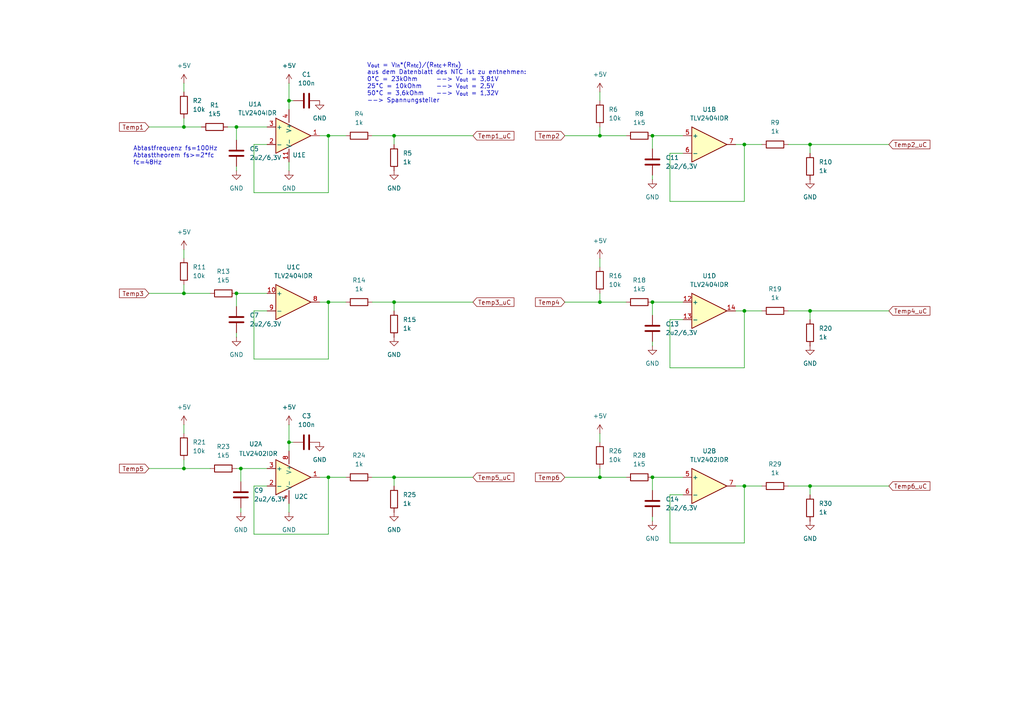
<source format=kicad_sch>
(kicad_sch
	(version 20250114)
	(generator "eeschema")
	(generator_version "9.0")
	(uuid "7b14220a-bda9-45a4-987a-cc208d5ec2fe")
	(paper "A4")
	(lib_symbols
		(symbol "Amplifier_Operational:TLV9302xD"
			(pin_names
				(offset 0.127)
			)
			(exclude_from_sim no)
			(in_bom yes)
			(on_board yes)
			(property "Reference" "U"
				(at 0 5.08 0)
				(effects
					(font
						(size 1.27 1.27)
					)
					(justify left)
				)
			)
			(property "Value" "TLV9302xD"
				(at 0 -5.08 0)
				(effects
					(font
						(size 1.27 1.27)
					)
					(justify left)
				)
			)
			(property "Footprint" "Package_SO:SOIC-8_3.9x4.9mm_P1.27mm"
				(at 0 10.16 0)
				(effects
					(font
						(size 1.27 1.27)
					)
					(hide yes)
				)
			)
			(property "Datasheet" "https://www.ti.com/lit/ds/symlink/tlv9302.pdf"
				(at 0 -8.89 0)
				(effects
					(font
						(size 1.27 1.27)
					)
					(hide yes)
				)
			)
			(property "Description" "40-V, 1-MHz, RRO Operational Amplifiers for Cost-Sensitive Systems, SOIC-8"
				(at 0 0 0)
				(effects
					(font
						(size 1.27 1.27)
					)
					(hide yes)
				)
			)
			(property "ki_locked" ""
				(at 0 0 0)
				(effects
					(font
						(size 1.27 1.27)
					)
				)
			)
			(property "ki_keywords" "dual opamp 40V rail to rail output"
				(at 0 0 0)
				(effects
					(font
						(size 1.27 1.27)
					)
					(hide yes)
				)
			)
			(property "ki_fp_filters" "SOIC*3.9x4.9mm*P1.27mm*"
				(at 0 0 0)
				(effects
					(font
						(size 1.27 1.27)
					)
					(hide yes)
				)
			)
			(symbol "TLV9302xD_1_1"
				(polyline
					(pts
						(xy -5.08 5.08) (xy 5.08 0) (xy -5.08 -5.08) (xy -5.08 5.08)
					)
					(stroke
						(width 0.254)
						(type default)
					)
					(fill
						(type background)
					)
				)
				(pin input line
					(at -7.62 2.54 0)
					(length 2.54)
					(name "+"
						(effects
							(font
								(size 1.27 1.27)
							)
						)
					)
					(number "3"
						(effects
							(font
								(size 1.27 1.27)
							)
						)
					)
				)
				(pin input line
					(at -7.62 -2.54 0)
					(length 2.54)
					(name "-"
						(effects
							(font
								(size 1.27 1.27)
							)
						)
					)
					(number "2"
						(effects
							(font
								(size 1.27 1.27)
							)
						)
					)
				)
				(pin output line
					(at 7.62 0 180)
					(length 2.54)
					(name "~"
						(effects
							(font
								(size 1.27 1.27)
							)
						)
					)
					(number "1"
						(effects
							(font
								(size 1.27 1.27)
							)
						)
					)
				)
			)
			(symbol "TLV9302xD_2_1"
				(polyline
					(pts
						(xy -5.08 5.08) (xy 5.08 0) (xy -5.08 -5.08) (xy -5.08 5.08)
					)
					(stroke
						(width 0.254)
						(type default)
					)
					(fill
						(type background)
					)
				)
				(pin input line
					(at -7.62 2.54 0)
					(length 2.54)
					(name "+"
						(effects
							(font
								(size 1.27 1.27)
							)
						)
					)
					(number "5"
						(effects
							(font
								(size 1.27 1.27)
							)
						)
					)
				)
				(pin input line
					(at -7.62 -2.54 0)
					(length 2.54)
					(name "-"
						(effects
							(font
								(size 1.27 1.27)
							)
						)
					)
					(number "6"
						(effects
							(font
								(size 1.27 1.27)
							)
						)
					)
				)
				(pin output line
					(at 7.62 0 180)
					(length 2.54)
					(name "~"
						(effects
							(font
								(size 1.27 1.27)
							)
						)
					)
					(number "7"
						(effects
							(font
								(size 1.27 1.27)
							)
						)
					)
				)
			)
			(symbol "TLV9302xD_3_1"
				(pin power_in line
					(at -2.54 7.62 270)
					(length 3.81)
					(name "V+"
						(effects
							(font
								(size 1.27 1.27)
							)
						)
					)
					(number "8"
						(effects
							(font
								(size 1.27 1.27)
							)
						)
					)
				)
				(pin power_in line
					(at -2.54 -7.62 90)
					(length 3.81)
					(name "V-"
						(effects
							(font
								(size 1.27 1.27)
							)
						)
					)
					(number "4"
						(effects
							(font
								(size 1.27 1.27)
							)
						)
					)
				)
			)
			(embedded_fonts no)
		)
		(symbol "Amplifier_Operational:TLV9304xD"
			(pin_names
				(offset 0.127)
			)
			(exclude_from_sim no)
			(in_bom yes)
			(on_board yes)
			(property "Reference" "U"
				(at 0 5.08 0)
				(effects
					(font
						(size 1.27 1.27)
					)
					(justify left)
				)
			)
			(property "Value" "TLV9304xD"
				(at 0 -5.08 0)
				(effects
					(font
						(size 1.27 1.27)
					)
					(justify left)
				)
			)
			(property "Footprint" "Package_SO:SO-14_3.9x8.65mm_P1.27mm"
				(at -1.27 2.54 0)
				(effects
					(font
						(size 1.27 1.27)
					)
					(hide yes)
				)
			)
			(property "Datasheet" "https://www.ti.com/lit/ds/symlink/tlv9304.pdf"
				(at 1.27 5.08 0)
				(effects
					(font
						(size 1.27 1.27)
					)
					(hide yes)
				)
			)
			(property "Description" "40-V, 1-MHz, RRO Operational Amplifiers for Cost-Sensitive Systems, SOIC-14"
				(at 0 0 0)
				(effects
					(font
						(size 1.27 1.27)
					)
					(hide yes)
				)
			)
			(property "ki_locked" ""
				(at 0 0 0)
				(effects
					(font
						(size 1.27 1.27)
					)
				)
			)
			(property "ki_keywords" "quad opamp 40V rail to rail output"
				(at 0 0 0)
				(effects
					(font
						(size 1.27 1.27)
					)
					(hide yes)
				)
			)
			(property "ki_fp_filters" "SO*3.9x8.65mm*P1.27mm*"
				(at 0 0 0)
				(effects
					(font
						(size 1.27 1.27)
					)
					(hide yes)
				)
			)
			(symbol "TLV9304xD_1_1"
				(polyline
					(pts
						(xy -5.08 5.08) (xy 5.08 0) (xy -5.08 -5.08) (xy -5.08 5.08)
					)
					(stroke
						(width 0.254)
						(type default)
					)
					(fill
						(type background)
					)
				)
				(pin input line
					(at -7.62 2.54 0)
					(length 2.54)
					(name "+"
						(effects
							(font
								(size 1.27 1.27)
							)
						)
					)
					(number "3"
						(effects
							(font
								(size 1.27 1.27)
							)
						)
					)
				)
				(pin input line
					(at -7.62 -2.54 0)
					(length 2.54)
					(name "-"
						(effects
							(font
								(size 1.27 1.27)
							)
						)
					)
					(number "2"
						(effects
							(font
								(size 1.27 1.27)
							)
						)
					)
				)
				(pin output line
					(at 7.62 0 180)
					(length 2.54)
					(name "~"
						(effects
							(font
								(size 1.27 1.27)
							)
						)
					)
					(number "1"
						(effects
							(font
								(size 1.27 1.27)
							)
						)
					)
				)
			)
			(symbol "TLV9304xD_2_1"
				(polyline
					(pts
						(xy -5.08 5.08) (xy 5.08 0) (xy -5.08 -5.08) (xy -5.08 5.08)
					)
					(stroke
						(width 0.254)
						(type default)
					)
					(fill
						(type background)
					)
				)
				(pin input line
					(at -7.62 2.54 0)
					(length 2.54)
					(name "+"
						(effects
							(font
								(size 1.27 1.27)
							)
						)
					)
					(number "5"
						(effects
							(font
								(size 1.27 1.27)
							)
						)
					)
				)
				(pin input line
					(at -7.62 -2.54 0)
					(length 2.54)
					(name "-"
						(effects
							(font
								(size 1.27 1.27)
							)
						)
					)
					(number "6"
						(effects
							(font
								(size 1.27 1.27)
							)
						)
					)
				)
				(pin output line
					(at 7.62 0 180)
					(length 2.54)
					(name "~"
						(effects
							(font
								(size 1.27 1.27)
							)
						)
					)
					(number "7"
						(effects
							(font
								(size 1.27 1.27)
							)
						)
					)
				)
			)
			(symbol "TLV9304xD_3_1"
				(polyline
					(pts
						(xy -5.08 5.08) (xy 5.08 0) (xy -5.08 -5.08) (xy -5.08 5.08)
					)
					(stroke
						(width 0.254)
						(type default)
					)
					(fill
						(type background)
					)
				)
				(pin input line
					(at -7.62 2.54 0)
					(length 2.54)
					(name "+"
						(effects
							(font
								(size 1.27 1.27)
							)
						)
					)
					(number "10"
						(effects
							(font
								(size 1.27 1.27)
							)
						)
					)
				)
				(pin input line
					(at -7.62 -2.54 0)
					(length 2.54)
					(name "-"
						(effects
							(font
								(size 1.27 1.27)
							)
						)
					)
					(number "9"
						(effects
							(font
								(size 1.27 1.27)
							)
						)
					)
				)
				(pin output line
					(at 7.62 0 180)
					(length 2.54)
					(name "~"
						(effects
							(font
								(size 1.27 1.27)
							)
						)
					)
					(number "8"
						(effects
							(font
								(size 1.27 1.27)
							)
						)
					)
				)
			)
			(symbol "TLV9304xD_4_1"
				(polyline
					(pts
						(xy -5.08 5.08) (xy 5.08 0) (xy -5.08 -5.08) (xy -5.08 5.08)
					)
					(stroke
						(width 0.254)
						(type default)
					)
					(fill
						(type background)
					)
				)
				(pin input line
					(at -7.62 2.54 0)
					(length 2.54)
					(name "+"
						(effects
							(font
								(size 1.27 1.27)
							)
						)
					)
					(number "12"
						(effects
							(font
								(size 1.27 1.27)
							)
						)
					)
				)
				(pin input line
					(at -7.62 -2.54 0)
					(length 2.54)
					(name "-"
						(effects
							(font
								(size 1.27 1.27)
							)
						)
					)
					(number "13"
						(effects
							(font
								(size 1.27 1.27)
							)
						)
					)
				)
				(pin output line
					(at 7.62 0 180)
					(length 2.54)
					(name "~"
						(effects
							(font
								(size 1.27 1.27)
							)
						)
					)
					(number "14"
						(effects
							(font
								(size 1.27 1.27)
							)
						)
					)
				)
			)
			(symbol "TLV9304xD_5_1"
				(pin power_in line
					(at -2.54 7.62 270)
					(length 3.81)
					(name "V+"
						(effects
							(font
								(size 1.27 1.27)
							)
						)
					)
					(number "4"
						(effects
							(font
								(size 1.27 1.27)
							)
						)
					)
				)
				(pin power_in line
					(at -2.54 -7.62 90)
					(length 3.81)
					(name "V-"
						(effects
							(font
								(size 1.27 1.27)
							)
						)
					)
					(number "11"
						(effects
							(font
								(size 1.27 1.27)
							)
						)
					)
				)
			)
			(embedded_fonts no)
		)
		(symbol "Device:C"
			(pin_numbers
				(hide yes)
			)
			(pin_names
				(offset 0.254)
			)
			(exclude_from_sim no)
			(in_bom yes)
			(on_board yes)
			(property "Reference" "C"
				(at 0.635 2.54 0)
				(effects
					(font
						(size 1.27 1.27)
					)
					(justify left)
				)
			)
			(property "Value" "C"
				(at 0.635 -2.54 0)
				(effects
					(font
						(size 1.27 1.27)
					)
					(justify left)
				)
			)
			(property "Footprint" ""
				(at 0.9652 -3.81 0)
				(effects
					(font
						(size 1.27 1.27)
					)
					(hide yes)
				)
			)
			(property "Datasheet" "~"
				(at 0 0 0)
				(effects
					(font
						(size 1.27 1.27)
					)
					(hide yes)
				)
			)
			(property "Description" "Unpolarized capacitor"
				(at 0 0 0)
				(effects
					(font
						(size 1.27 1.27)
					)
					(hide yes)
				)
			)
			(property "ki_keywords" "cap capacitor"
				(at 0 0 0)
				(effects
					(font
						(size 1.27 1.27)
					)
					(hide yes)
				)
			)
			(property "ki_fp_filters" "C_*"
				(at 0 0 0)
				(effects
					(font
						(size 1.27 1.27)
					)
					(hide yes)
				)
			)
			(symbol "C_0_1"
				(polyline
					(pts
						(xy -2.032 0.762) (xy 2.032 0.762)
					)
					(stroke
						(width 0.508)
						(type default)
					)
					(fill
						(type none)
					)
				)
				(polyline
					(pts
						(xy -2.032 -0.762) (xy 2.032 -0.762)
					)
					(stroke
						(width 0.508)
						(type default)
					)
					(fill
						(type none)
					)
				)
			)
			(symbol "C_1_1"
				(pin passive line
					(at 0 3.81 270)
					(length 2.794)
					(name "~"
						(effects
							(font
								(size 1.27 1.27)
							)
						)
					)
					(number "1"
						(effects
							(font
								(size 1.27 1.27)
							)
						)
					)
				)
				(pin passive line
					(at 0 -3.81 90)
					(length 2.794)
					(name "~"
						(effects
							(font
								(size 1.27 1.27)
							)
						)
					)
					(number "2"
						(effects
							(font
								(size 1.27 1.27)
							)
						)
					)
				)
			)
			(embedded_fonts no)
		)
		(symbol "Device:R"
			(pin_numbers
				(hide yes)
			)
			(pin_names
				(offset 0)
			)
			(exclude_from_sim no)
			(in_bom yes)
			(on_board yes)
			(property "Reference" "R"
				(at 2.032 0 90)
				(effects
					(font
						(size 1.27 1.27)
					)
				)
			)
			(property "Value" "R"
				(at 0 0 90)
				(effects
					(font
						(size 1.27 1.27)
					)
				)
			)
			(property "Footprint" ""
				(at -1.778 0 90)
				(effects
					(font
						(size 1.27 1.27)
					)
					(hide yes)
				)
			)
			(property "Datasheet" "~"
				(at 0 0 0)
				(effects
					(font
						(size 1.27 1.27)
					)
					(hide yes)
				)
			)
			(property "Description" "Resistor"
				(at 0 0 0)
				(effects
					(font
						(size 1.27 1.27)
					)
					(hide yes)
				)
			)
			(property "ki_keywords" "R res resistor"
				(at 0 0 0)
				(effects
					(font
						(size 1.27 1.27)
					)
					(hide yes)
				)
			)
			(property "ki_fp_filters" "R_*"
				(at 0 0 0)
				(effects
					(font
						(size 1.27 1.27)
					)
					(hide yes)
				)
			)
			(symbol "R_0_1"
				(rectangle
					(start -1.016 -2.54)
					(end 1.016 2.54)
					(stroke
						(width 0.254)
						(type default)
					)
					(fill
						(type none)
					)
				)
			)
			(symbol "R_1_1"
				(pin passive line
					(at 0 3.81 270)
					(length 1.27)
					(name "~"
						(effects
							(font
								(size 1.27 1.27)
							)
						)
					)
					(number "1"
						(effects
							(font
								(size 1.27 1.27)
							)
						)
					)
				)
				(pin passive line
					(at 0 -3.81 90)
					(length 1.27)
					(name "~"
						(effects
							(font
								(size 1.27 1.27)
							)
						)
					)
					(number "2"
						(effects
							(font
								(size 1.27 1.27)
							)
						)
					)
				)
			)
			(embedded_fonts no)
		)
		(symbol "power:+5V"
			(power)
			(pin_numbers
				(hide yes)
			)
			(pin_names
				(offset 0)
				(hide yes)
			)
			(exclude_from_sim no)
			(in_bom yes)
			(on_board yes)
			(property "Reference" "#PWR"
				(at 0 -3.81 0)
				(effects
					(font
						(size 1.27 1.27)
					)
					(hide yes)
				)
			)
			(property "Value" "+5V"
				(at 0 3.556 0)
				(effects
					(font
						(size 1.27 1.27)
					)
				)
			)
			(property "Footprint" ""
				(at 0 0 0)
				(effects
					(font
						(size 1.27 1.27)
					)
					(hide yes)
				)
			)
			(property "Datasheet" ""
				(at 0 0 0)
				(effects
					(font
						(size 1.27 1.27)
					)
					(hide yes)
				)
			)
			(property "Description" "Power symbol creates a global label with name \"+5V\""
				(at 0 0 0)
				(effects
					(font
						(size 1.27 1.27)
					)
					(hide yes)
				)
			)
			(property "ki_keywords" "global power"
				(at 0 0 0)
				(effects
					(font
						(size 1.27 1.27)
					)
					(hide yes)
				)
			)
			(symbol "+5V_0_1"
				(polyline
					(pts
						(xy -0.762 1.27) (xy 0 2.54)
					)
					(stroke
						(width 0)
						(type default)
					)
					(fill
						(type none)
					)
				)
				(polyline
					(pts
						(xy 0 2.54) (xy 0.762 1.27)
					)
					(stroke
						(width 0)
						(type default)
					)
					(fill
						(type none)
					)
				)
				(polyline
					(pts
						(xy 0 0) (xy 0 2.54)
					)
					(stroke
						(width 0)
						(type default)
					)
					(fill
						(type none)
					)
				)
			)
			(symbol "+5V_1_1"
				(pin power_in line
					(at 0 0 90)
					(length 0)
					(name "~"
						(effects
							(font
								(size 1.27 1.27)
							)
						)
					)
					(number "1"
						(effects
							(font
								(size 1.27 1.27)
							)
						)
					)
				)
			)
			(embedded_fonts no)
		)
		(symbol "power:GND"
			(power)
			(pin_numbers
				(hide yes)
			)
			(pin_names
				(offset 0)
				(hide yes)
			)
			(exclude_from_sim no)
			(in_bom yes)
			(on_board yes)
			(property "Reference" "#PWR"
				(at 0 -6.35 0)
				(effects
					(font
						(size 1.27 1.27)
					)
					(hide yes)
				)
			)
			(property "Value" "GND"
				(at 0 -3.81 0)
				(effects
					(font
						(size 1.27 1.27)
					)
				)
			)
			(property "Footprint" ""
				(at 0 0 0)
				(effects
					(font
						(size 1.27 1.27)
					)
					(hide yes)
				)
			)
			(property "Datasheet" ""
				(at 0 0 0)
				(effects
					(font
						(size 1.27 1.27)
					)
					(hide yes)
				)
			)
			(property "Description" "Power symbol creates a global label with name \"GND\" , ground"
				(at 0 0 0)
				(effects
					(font
						(size 1.27 1.27)
					)
					(hide yes)
				)
			)
			(property "ki_keywords" "global power"
				(at 0 0 0)
				(effects
					(font
						(size 1.27 1.27)
					)
					(hide yes)
				)
			)
			(symbol "GND_0_1"
				(polyline
					(pts
						(xy 0 0) (xy 0 -1.27) (xy 1.27 -1.27) (xy 0 -2.54) (xy -1.27 -1.27) (xy 0 -1.27)
					)
					(stroke
						(width 0)
						(type default)
					)
					(fill
						(type none)
					)
				)
			)
			(symbol "GND_1_1"
				(pin power_in line
					(at 0 0 270)
					(length 0)
					(name "~"
						(effects
							(font
								(size 1.27 1.27)
							)
						)
					)
					(number "1"
						(effects
							(font
								(size 1.27 1.27)
							)
						)
					)
				)
			)
			(embedded_fonts no)
		)
	)
	(text "V_{out} = V_{in}*(R_{ntc})/(R_{ntc}+R_{fix})\naus dem Datenblatt des NTC ist zu entnehmen:\n0°C = 23kOhm 	--> V_{out} = 3,81V\n25°C = 10kOhm	--> V_{out} = 2,5V\n50°C = 3,6kOhm	--> V_{out} = 1,32V\n--> Spannungsteiler\n"
		(exclude_from_sim no)
		(at 106.426 24.13 0)
		(effects
			(font
				(size 1.27 1.27)
			)
			(justify left)
		)
		(uuid "071d1164-7cd0-4655-a44e-95d557995e57")
	)
	(text "Abtastfrequenz fs=100Hz\nAbtasttheorem fs>=2*fc\nfc=48Hz"
		(exclude_from_sim no)
		(at 38.608 45.212 0)
		(effects
			(font
				(size 1.27 1.27)
			)
			(justify left)
		)
		(uuid "4f9ab852-0f66-4035-88c4-fe21d9d78716")
	)
	(junction
		(at 53.34 135.89)
		(diameter 0)
		(color 0 0 0 0)
		(uuid "05d6e32c-1940-4fae-a639-bab7137c611d")
	)
	(junction
		(at 189.23 87.63)
		(diameter 0)
		(color 0 0 0 0)
		(uuid "067269dc-ba41-40a3-b66a-deaebfb94ddd")
	)
	(junction
		(at 173.99 87.63)
		(diameter 0)
		(color 0 0 0 0)
		(uuid "21ef8c73-bec8-4af0-b00b-4aeb5bf4c813")
	)
	(junction
		(at 83.82 29.21)
		(diameter 0)
		(color 0 0 0 0)
		(uuid "22146f67-904f-46c7-8cd5-6bbb1007c14f")
	)
	(junction
		(at 189.23 138.43)
		(diameter 0)
		(color 0 0 0 0)
		(uuid "2e5914b0-164d-4498-a74c-81fc5edfb18f")
	)
	(junction
		(at 114.3 39.37)
		(diameter 0)
		(color 0 0 0 0)
		(uuid "32adb2d1-14e8-44a9-94ff-76827c91ff22")
	)
	(junction
		(at 215.9 41.91)
		(diameter 0)
		(color 0 0 0 0)
		(uuid "410576f4-1d34-426b-a0ea-180ed21856ba")
	)
	(junction
		(at 234.95 41.91)
		(diameter 0)
		(color 0 0 0 0)
		(uuid "41686eea-584b-4622-8df9-9ed33c30d1c8")
	)
	(junction
		(at 83.82 128.27)
		(diameter 0)
		(color 0 0 0 0)
		(uuid "5e883941-8ce5-46f2-aaed-9229c4d44d9f")
	)
	(junction
		(at 95.25 39.37)
		(diameter 0)
		(color 0 0 0 0)
		(uuid "806989ce-a33b-4ba4-a393-4352522b59b9")
	)
	(junction
		(at 53.34 85.09)
		(diameter 0)
		(color 0 0 0 0)
		(uuid "8c06a2bf-3727-441b-8ed4-94b1f30b7bfa")
	)
	(junction
		(at 53.34 36.83)
		(diameter 0)
		(color 0 0 0 0)
		(uuid "908baea3-bf72-460e-a9cb-b350032ff0e8")
	)
	(junction
		(at 95.25 87.63)
		(diameter 0)
		(color 0 0 0 0)
		(uuid "99fbb4fe-cd5e-49fc-94e2-4dae2a1d18b9")
	)
	(junction
		(at 234.95 140.97)
		(diameter 0)
		(color 0 0 0 0)
		(uuid "a31ef1bc-0161-453c-9c59-5929455dd421")
	)
	(junction
		(at 189.23 39.37)
		(diameter 0)
		(color 0 0 0 0)
		(uuid "b58ca4fe-d3ec-49bc-b8a4-88e3ecc4691e")
	)
	(junction
		(at 68.58 36.83)
		(diameter 0)
		(color 0 0 0 0)
		(uuid "b67e4a89-c28d-4316-b78e-e60e49f49de9")
	)
	(junction
		(at 173.99 39.37)
		(diameter 0)
		(color 0 0 0 0)
		(uuid "c592e7a2-6518-4ab8-a3b6-6318c8a0df40")
	)
	(junction
		(at 215.9 140.97)
		(diameter 0)
		(color 0 0 0 0)
		(uuid "c9f18c72-45e9-49e1-a444-be96f9239c9a")
	)
	(junction
		(at 215.9 90.17)
		(diameter 0)
		(color 0 0 0 0)
		(uuid "cd50d200-b0eb-4c46-90bb-3fda6b33e45b")
	)
	(junction
		(at 173.99 138.43)
		(diameter 0)
		(color 0 0 0 0)
		(uuid "d53767c5-5f74-4e60-a20f-6609261d23a9")
	)
	(junction
		(at 114.3 138.43)
		(diameter 0)
		(color 0 0 0 0)
		(uuid "db6a2740-c0f6-4370-a6c6-9abdd083e8c0")
	)
	(junction
		(at 234.95 90.17)
		(diameter 0)
		(color 0 0 0 0)
		(uuid "e244eb34-7f9f-4064-a2cf-4bde270b9cb9")
	)
	(junction
		(at 68.58 85.09)
		(diameter 0)
		(color 0 0 0 0)
		(uuid "f0b1b574-4029-49f3-baa6-fe0db51effb8")
	)
	(junction
		(at 114.3 87.63)
		(diameter 0)
		(color 0 0 0 0)
		(uuid "fc980ce2-b5d3-40b5-86a2-36b50a23a839")
	)
	(junction
		(at 95.25 138.43)
		(diameter 0)
		(color 0 0 0 0)
		(uuid "fca1335b-a2bd-496d-ba4f-6dc6f279612f")
	)
	(junction
		(at 69.85 135.89)
		(diameter 0)
		(color 0 0 0 0)
		(uuid "fcaff362-3ac6-47a5-98cd-c0019d958097")
	)
	(wire
		(pts
			(xy 163.83 87.63) (xy 173.99 87.63)
		)
		(stroke
			(width 0)
			(type default)
		)
		(uuid "0116da78-f0e5-4dea-a484-ffb1bc71c3d6")
	)
	(wire
		(pts
			(xy 189.23 39.37) (xy 189.23 43.18)
		)
		(stroke
			(width 0)
			(type default)
		)
		(uuid "05ea3e45-8971-45ae-8823-8b601647aff0")
	)
	(wire
		(pts
			(xy 189.23 99.06) (xy 189.23 100.33)
		)
		(stroke
			(width 0)
			(type default)
		)
		(uuid "08ddf833-fac9-4f75-a4db-04c316f55258")
	)
	(wire
		(pts
			(xy 215.9 41.91) (xy 220.98 41.91)
		)
		(stroke
			(width 0)
			(type default)
		)
		(uuid "099048c0-cd21-47bf-b363-29513cab90f1")
	)
	(wire
		(pts
			(xy 189.23 149.86) (xy 189.23 151.13)
		)
		(stroke
			(width 0)
			(type default)
		)
		(uuid "0a46accc-84c8-416d-8062-00a0bdd0a5ff")
	)
	(wire
		(pts
			(xy 83.82 46.99) (xy 83.82 49.53)
		)
		(stroke
			(width 0)
			(type default)
		)
		(uuid "0b54edb5-972a-42b0-8d02-0463dfc5fb97")
	)
	(wire
		(pts
			(xy 69.85 147.32) (xy 69.85 148.59)
		)
		(stroke
			(width 0)
			(type default)
		)
		(uuid "0bcc98ad-b2e9-42af-8014-d6c1128939c9")
	)
	(wire
		(pts
			(xy 194.31 143.51) (xy 194.31 157.48)
		)
		(stroke
			(width 0)
			(type default)
		)
		(uuid "0eb56389-b6ed-4287-9864-4f6f39d97d83")
	)
	(wire
		(pts
			(xy 114.3 87.63) (xy 137.16 87.63)
		)
		(stroke
			(width 0)
			(type default)
		)
		(uuid "0efd9759-8e7f-418f-89eb-70233659021a")
	)
	(wire
		(pts
			(xy 53.34 72.39) (xy 53.34 74.93)
		)
		(stroke
			(width 0)
			(type default)
		)
		(uuid "1104315c-7fde-45e7-b23a-b8f1b34546d6")
	)
	(wire
		(pts
			(xy 194.31 58.42) (xy 215.9 58.42)
		)
		(stroke
			(width 0)
			(type default)
		)
		(uuid "14aa5cfa-2b87-49cd-a540-9505231950f9")
	)
	(wire
		(pts
			(xy 83.82 123.19) (xy 83.82 128.27)
		)
		(stroke
			(width 0)
			(type default)
		)
		(uuid "1856b52d-7c0e-499b-8f61-d7b09b94b998")
	)
	(wire
		(pts
			(xy 114.3 39.37) (xy 137.16 39.37)
		)
		(stroke
			(width 0)
			(type default)
		)
		(uuid "18a952d7-6e74-4b46-ac5f-8e66b2129948")
	)
	(wire
		(pts
			(xy 114.3 39.37) (xy 114.3 41.91)
		)
		(stroke
			(width 0)
			(type default)
		)
		(uuid "1ab64233-b96f-4947-a124-f117e28361ff")
	)
	(wire
		(pts
			(xy 83.82 128.27) (xy 83.82 130.81)
		)
		(stroke
			(width 0)
			(type default)
		)
		(uuid "1bcaf61e-0c4e-4a32-9674-a895a5b799da")
	)
	(wire
		(pts
			(xy 114.3 87.63) (xy 114.3 90.17)
		)
		(stroke
			(width 0)
			(type default)
		)
		(uuid "1dc20403-dae5-4a07-8bbd-493f4fe088aa")
	)
	(wire
		(pts
			(xy 92.71 138.43) (xy 95.25 138.43)
		)
		(stroke
			(width 0)
			(type default)
		)
		(uuid "22a1d7a1-d911-4e55-8e3d-bfc2d956256f")
	)
	(wire
		(pts
			(xy 215.9 90.17) (xy 215.9 106.68)
		)
		(stroke
			(width 0)
			(type default)
		)
		(uuid "2422a9cf-5a36-4e10-b886-e3995609664f")
	)
	(wire
		(pts
			(xy 83.82 29.21) (xy 85.09 29.21)
		)
		(stroke
			(width 0)
			(type default)
		)
		(uuid "2a62c3dd-455d-4c1f-af24-747a4d438127")
	)
	(wire
		(pts
			(xy 213.36 41.91) (xy 215.9 41.91)
		)
		(stroke
			(width 0)
			(type default)
		)
		(uuid "2ab515fc-7027-48ce-908f-4e955ef1a8aa")
	)
	(wire
		(pts
			(xy 83.82 146.05) (xy 83.82 148.59)
		)
		(stroke
			(width 0)
			(type default)
		)
		(uuid "32d5ef21-c1cf-493d-ae9e-60666ea44fad")
	)
	(wire
		(pts
			(xy 95.25 39.37) (xy 100.33 39.37)
		)
		(stroke
			(width 0)
			(type default)
		)
		(uuid "32f1172f-7a09-4273-9b57-51953dadef1a")
	)
	(wire
		(pts
			(xy 95.25 138.43) (xy 100.33 138.43)
		)
		(stroke
			(width 0)
			(type default)
		)
		(uuid "35042590-ce12-44ed-96cc-9dfeadd02938")
	)
	(wire
		(pts
			(xy 198.12 44.45) (xy 194.31 44.45)
		)
		(stroke
			(width 0)
			(type default)
		)
		(uuid "3580ddbf-ab1d-4893-9957-83119a4b80c4")
	)
	(wire
		(pts
			(xy 68.58 48.26) (xy 68.58 49.53)
		)
		(stroke
			(width 0)
			(type default)
		)
		(uuid "36876ee6-ab38-4624-980c-a6cdb1ff895b")
	)
	(wire
		(pts
			(xy 189.23 87.63) (xy 189.23 91.44)
		)
		(stroke
			(width 0)
			(type default)
		)
		(uuid "392e12a2-c281-4bd7-95a5-79fa95f8aa61")
	)
	(wire
		(pts
			(xy 194.31 157.48) (xy 215.9 157.48)
		)
		(stroke
			(width 0)
			(type default)
		)
		(uuid "449203ab-b7c6-4f22-a4c8-274c4cb2bb68")
	)
	(wire
		(pts
			(xy 234.95 41.91) (xy 234.95 44.45)
		)
		(stroke
			(width 0)
			(type default)
		)
		(uuid "4666db4e-4295-4d1a-8c3e-a98b8d609b33")
	)
	(wire
		(pts
			(xy 107.95 87.63) (xy 114.3 87.63)
		)
		(stroke
			(width 0)
			(type default)
		)
		(uuid "4a3cc918-e9b3-4c10-876a-2a9d2a855bbc")
	)
	(wire
		(pts
			(xy 68.58 85.09) (xy 68.58 88.9)
		)
		(stroke
			(width 0)
			(type default)
		)
		(uuid "4a9b6447-d03c-4bde-a26b-3d1697af405c")
	)
	(wire
		(pts
			(xy 68.58 96.52) (xy 68.58 97.79)
		)
		(stroke
			(width 0)
			(type default)
		)
		(uuid "4c569ada-9578-4967-898e-ccefd3f56978")
	)
	(wire
		(pts
			(xy 43.18 135.89) (xy 53.34 135.89)
		)
		(stroke
			(width 0)
			(type default)
		)
		(uuid "4cd62cbe-2af4-4a7a-adc2-891b19509bf4")
	)
	(wire
		(pts
			(xy 228.6 140.97) (xy 234.95 140.97)
		)
		(stroke
			(width 0)
			(type default)
		)
		(uuid "4f49d043-96a6-4280-8bcf-d9b443324703")
	)
	(wire
		(pts
			(xy 194.31 44.45) (xy 194.31 58.42)
		)
		(stroke
			(width 0)
			(type default)
		)
		(uuid "4f5d4cd9-2975-486c-879a-6a9c21f3a676")
	)
	(wire
		(pts
			(xy 173.99 36.83) (xy 173.99 39.37)
		)
		(stroke
			(width 0)
			(type default)
		)
		(uuid "52d16fa1-b54a-46c4-b096-3c0b5e5023f8")
	)
	(wire
		(pts
			(xy 173.99 85.09) (xy 173.99 87.63)
		)
		(stroke
			(width 0)
			(type default)
		)
		(uuid "5368f1c0-9680-4746-a5ee-a9c1b88b4ad3")
	)
	(wire
		(pts
			(xy 213.36 90.17) (xy 215.9 90.17)
		)
		(stroke
			(width 0)
			(type default)
		)
		(uuid "5ab23f51-18f2-4d06-86ad-35ecc5442cfe")
	)
	(wire
		(pts
			(xy 194.31 106.68) (xy 215.9 106.68)
		)
		(stroke
			(width 0)
			(type default)
		)
		(uuid "5b8c9dc7-6467-4611-a222-67feca63b37d")
	)
	(wire
		(pts
			(xy 213.36 140.97) (xy 215.9 140.97)
		)
		(stroke
			(width 0)
			(type default)
		)
		(uuid "5c6c9f80-aa1d-4e21-b553-598d25baa634")
	)
	(wire
		(pts
			(xy 189.23 50.8) (xy 189.23 52.07)
		)
		(stroke
			(width 0)
			(type default)
		)
		(uuid "5d00587d-4b5d-4183-bb6d-4e010d4b7b74")
	)
	(wire
		(pts
			(xy 228.6 41.91) (xy 234.95 41.91)
		)
		(stroke
			(width 0)
			(type default)
		)
		(uuid "610134b3-a7c2-4425-b918-eb4c46926387")
	)
	(wire
		(pts
			(xy 53.34 82.55) (xy 53.34 85.09)
		)
		(stroke
			(width 0)
			(type default)
		)
		(uuid "61c207d1-1ddf-4e55-a4cd-f2a2ffa7ab6e")
	)
	(wire
		(pts
			(xy 53.34 135.89) (xy 60.96 135.89)
		)
		(stroke
			(width 0)
			(type default)
		)
		(uuid "67718c22-1970-4183-ab28-da9981ae898f")
	)
	(wire
		(pts
			(xy 234.95 90.17) (xy 234.95 92.71)
		)
		(stroke
			(width 0)
			(type default)
		)
		(uuid "683ca29b-02ee-4b44-8c43-25f384e86396")
	)
	(wire
		(pts
			(xy 73.66 41.91) (xy 73.66 55.88)
		)
		(stroke
			(width 0)
			(type default)
		)
		(uuid "68a27413-3a9f-419a-99d5-f7cc548f62a3")
	)
	(wire
		(pts
			(xy 68.58 135.89) (xy 69.85 135.89)
		)
		(stroke
			(width 0)
			(type default)
		)
		(uuid "6978b5a5-e2d0-4660-999b-4a74bfd9d700")
	)
	(wire
		(pts
			(xy 228.6 90.17) (xy 234.95 90.17)
		)
		(stroke
			(width 0)
			(type default)
		)
		(uuid "6c8f6fb9-848b-4748-8472-23f1ea133fc6")
	)
	(wire
		(pts
			(xy 73.66 90.17) (xy 73.66 104.14)
		)
		(stroke
			(width 0)
			(type default)
		)
		(uuid "6f14845c-1768-4032-8c46-93d07edbeaf7")
	)
	(wire
		(pts
			(xy 73.66 154.94) (xy 95.25 154.94)
		)
		(stroke
			(width 0)
			(type default)
		)
		(uuid "6f19089e-0668-4268-964b-28ddb597e646")
	)
	(wire
		(pts
			(xy 107.95 138.43) (xy 114.3 138.43)
		)
		(stroke
			(width 0)
			(type default)
		)
		(uuid "71e9d591-d972-4ef9-b33a-41cfadd6bcc6")
	)
	(wire
		(pts
			(xy 215.9 140.97) (xy 220.98 140.97)
		)
		(stroke
			(width 0)
			(type default)
		)
		(uuid "740774c3-e687-46cf-92af-40ce11f30fbb")
	)
	(wire
		(pts
			(xy 92.71 87.63) (xy 95.25 87.63)
		)
		(stroke
			(width 0)
			(type default)
		)
		(uuid "74b6c21f-f4c3-481e-9051-190299ca1f17")
	)
	(wire
		(pts
			(xy 234.95 140.97) (xy 257.81 140.97)
		)
		(stroke
			(width 0)
			(type default)
		)
		(uuid "7854a446-f3e1-4e07-99a2-8a8711f96fa5")
	)
	(wire
		(pts
			(xy 95.25 138.43) (xy 95.25 154.94)
		)
		(stroke
			(width 0)
			(type default)
		)
		(uuid "7b2b2116-c7ad-4dde-821d-5e91b55dc819")
	)
	(wire
		(pts
			(xy 83.82 24.13) (xy 83.82 29.21)
		)
		(stroke
			(width 0)
			(type default)
		)
		(uuid "8023a6c8-72f9-4ee3-ad4c-1df3308972a2")
	)
	(wire
		(pts
			(xy 73.66 140.97) (xy 73.66 154.94)
		)
		(stroke
			(width 0)
			(type default)
		)
		(uuid "82cf2db8-bc63-4880-ad7b-7dc848672ab7")
	)
	(wire
		(pts
			(xy 215.9 140.97) (xy 215.9 157.48)
		)
		(stroke
			(width 0)
			(type default)
		)
		(uuid "85d6555f-8a34-4074-b646-97313cc3847c")
	)
	(wire
		(pts
			(xy 189.23 138.43) (xy 198.12 138.43)
		)
		(stroke
			(width 0)
			(type default)
		)
		(uuid "873c1bda-a51d-44b7-929a-d9608a5aa2a4")
	)
	(wire
		(pts
			(xy 77.47 90.17) (xy 73.66 90.17)
		)
		(stroke
			(width 0)
			(type default)
		)
		(uuid "892ad9f4-c322-41ee-a1cb-e44a5a31ff81")
	)
	(wire
		(pts
			(xy 68.58 85.09) (xy 77.47 85.09)
		)
		(stroke
			(width 0)
			(type default)
		)
		(uuid "90706dc4-e0e9-47ac-9f75-875239e2c94f")
	)
	(wire
		(pts
			(xy 114.3 138.43) (xy 137.16 138.43)
		)
		(stroke
			(width 0)
			(type default)
		)
		(uuid "94002f82-218c-4822-bd49-2fd6f3019dce")
	)
	(wire
		(pts
			(xy 53.34 85.09) (xy 60.96 85.09)
		)
		(stroke
			(width 0)
			(type default)
		)
		(uuid "971237a1-6222-4a11-98ab-796090b9d208")
	)
	(wire
		(pts
			(xy 198.12 92.71) (xy 194.31 92.71)
		)
		(stroke
			(width 0)
			(type default)
		)
		(uuid "988b6004-2f56-4c7f-8850-a13320ca5ad0")
	)
	(wire
		(pts
			(xy 163.83 138.43) (xy 173.99 138.43)
		)
		(stroke
			(width 0)
			(type default)
		)
		(uuid "9c240e20-3849-4137-bdb9-ea262175d22b")
	)
	(wire
		(pts
			(xy 114.3 138.43) (xy 114.3 140.97)
		)
		(stroke
			(width 0)
			(type default)
		)
		(uuid "a1fcd88c-5591-4bbe-8aa7-e74e126f4a7d")
	)
	(wire
		(pts
			(xy 189.23 87.63) (xy 198.12 87.63)
		)
		(stroke
			(width 0)
			(type default)
		)
		(uuid "a3eca0de-97e9-4f61-bc04-520e22dab9d1")
	)
	(wire
		(pts
			(xy 43.18 36.83) (xy 53.34 36.83)
		)
		(stroke
			(width 0)
			(type default)
		)
		(uuid "a503bfbe-2382-41f2-b436-cd3792d4f6fd")
	)
	(wire
		(pts
			(xy 173.99 87.63) (xy 181.61 87.63)
		)
		(stroke
			(width 0)
			(type default)
		)
		(uuid "a5e5dcf6-80da-4d62-bf12-9e5ec5aa2311")
	)
	(wire
		(pts
			(xy 173.99 26.67) (xy 173.99 29.21)
		)
		(stroke
			(width 0)
			(type default)
		)
		(uuid "a99dbb9c-61f8-4a38-b856-750ee40a6994")
	)
	(wire
		(pts
			(xy 215.9 90.17) (xy 220.98 90.17)
		)
		(stroke
			(width 0)
			(type default)
		)
		(uuid "acda75cf-4d43-45f9-b656-36efc2a849a6")
	)
	(wire
		(pts
			(xy 173.99 39.37) (xy 181.61 39.37)
		)
		(stroke
			(width 0)
			(type default)
		)
		(uuid "adca9596-d39a-4d65-853f-7bc28ecd3def")
	)
	(wire
		(pts
			(xy 189.23 39.37) (xy 198.12 39.37)
		)
		(stroke
			(width 0)
			(type default)
		)
		(uuid "b0a30c4f-54ee-463a-a7bd-65756fafbbac")
	)
	(wire
		(pts
			(xy 68.58 36.83) (xy 77.47 36.83)
		)
		(stroke
			(width 0)
			(type default)
		)
		(uuid "b1bf4683-9295-4abd-9451-a99f170e9544")
	)
	(wire
		(pts
			(xy 173.99 138.43) (xy 181.61 138.43)
		)
		(stroke
			(width 0)
			(type default)
		)
		(uuid "b26a6b60-b806-4c3f-a2dc-7a54f0490853")
	)
	(wire
		(pts
			(xy 83.82 29.21) (xy 83.82 31.75)
		)
		(stroke
			(width 0)
			(type default)
		)
		(uuid "b6003143-47fd-48ae-b1e3-39994de95da6")
	)
	(wire
		(pts
			(xy 77.47 41.91) (xy 73.66 41.91)
		)
		(stroke
			(width 0)
			(type default)
		)
		(uuid "b8a772cf-5e86-4391-9689-91119ba722db")
	)
	(wire
		(pts
			(xy 163.83 39.37) (xy 173.99 39.37)
		)
		(stroke
			(width 0)
			(type default)
		)
		(uuid "bfa7d966-02ea-41f5-a6d6-ba2386bbcbb3")
	)
	(wire
		(pts
			(xy 189.23 138.43) (xy 189.23 142.24)
		)
		(stroke
			(width 0)
			(type default)
		)
		(uuid "c13463ca-1635-4fad-ad82-0de7a3053fff")
	)
	(wire
		(pts
			(xy 69.85 135.89) (xy 77.47 135.89)
		)
		(stroke
			(width 0)
			(type default)
		)
		(uuid "c4dfe432-f46d-4258-ac23-389c04647ef9")
	)
	(wire
		(pts
			(xy 77.47 140.97) (xy 73.66 140.97)
		)
		(stroke
			(width 0)
			(type default)
		)
		(uuid "c77080ce-8d5d-4ae3-9722-5ae4bb76b79f")
	)
	(wire
		(pts
			(xy 198.12 143.51) (xy 194.31 143.51)
		)
		(stroke
			(width 0)
			(type default)
		)
		(uuid "c77b8ae9-cc15-4e0a-80af-763646190d22")
	)
	(wire
		(pts
			(xy 69.85 135.89) (xy 69.85 139.7)
		)
		(stroke
			(width 0)
			(type default)
		)
		(uuid "c90f08f6-0155-414c-ba86-1def739896b3")
	)
	(wire
		(pts
			(xy 43.18 85.09) (xy 53.34 85.09)
		)
		(stroke
			(width 0)
			(type default)
		)
		(uuid "cd429de9-9561-4fa9-b02e-0167fb76692c")
	)
	(wire
		(pts
			(xy 95.25 87.63) (xy 95.25 104.14)
		)
		(stroke
			(width 0)
			(type default)
		)
		(uuid "ce0673bc-c3ad-4e6c-b402-14f5777b07f3")
	)
	(wire
		(pts
			(xy 173.99 135.89) (xy 173.99 138.43)
		)
		(stroke
			(width 0)
			(type default)
		)
		(uuid "cf7b38d8-9d60-454a-b478-88852acba832")
	)
	(wire
		(pts
			(xy 53.34 123.19) (xy 53.34 125.73)
		)
		(stroke
			(width 0)
			(type default)
		)
		(uuid "d254e644-2249-41e3-bea2-308a9cf83abd")
	)
	(wire
		(pts
			(xy 53.34 133.35) (xy 53.34 135.89)
		)
		(stroke
			(width 0)
			(type default)
		)
		(uuid "d59844c8-7d09-4c79-b3e7-40ddad5a20ea")
	)
	(wire
		(pts
			(xy 73.66 104.14) (xy 95.25 104.14)
		)
		(stroke
			(width 0)
			(type default)
		)
		(uuid "d97c4077-42bd-447b-af8e-764bdba9c772")
	)
	(wire
		(pts
			(xy 234.95 140.97) (xy 234.95 143.51)
		)
		(stroke
			(width 0)
			(type default)
		)
		(uuid "d9fe6e4f-c5de-44d5-891a-374400269d06")
	)
	(wire
		(pts
			(xy 234.95 90.17) (xy 257.81 90.17)
		)
		(stroke
			(width 0)
			(type default)
		)
		(uuid "da923a72-b1f3-4b6f-a725-c8048772fbe2")
	)
	(wire
		(pts
			(xy 215.9 41.91) (xy 215.9 58.42)
		)
		(stroke
			(width 0)
			(type default)
		)
		(uuid "dbb622eb-3cae-498d-be3e-35f333f61e52")
	)
	(wire
		(pts
			(xy 173.99 74.93) (xy 173.99 77.47)
		)
		(stroke
			(width 0)
			(type default)
		)
		(uuid "dd08e4a2-da94-4e43-98f9-fbf05fb2e518")
	)
	(wire
		(pts
			(xy 83.82 128.27) (xy 85.09 128.27)
		)
		(stroke
			(width 0)
			(type default)
		)
		(uuid "e09a59e3-f1a9-4493-9182-65fd4d6e5ff8")
	)
	(wire
		(pts
			(xy 107.95 39.37) (xy 114.3 39.37)
		)
		(stroke
			(width 0)
			(type default)
		)
		(uuid "e09d8113-3ff3-4b22-9278-1cb80078ad9e")
	)
	(wire
		(pts
			(xy 73.66 55.88) (xy 95.25 55.88)
		)
		(stroke
			(width 0)
			(type default)
		)
		(uuid "e1667526-25a1-4f23-b6f1-161348613082")
	)
	(wire
		(pts
			(xy 53.34 24.13) (xy 53.34 26.67)
		)
		(stroke
			(width 0)
			(type default)
		)
		(uuid "e3dec9d4-b4e2-4757-abce-163765016420")
	)
	(wire
		(pts
			(xy 68.58 36.83) (xy 68.58 40.64)
		)
		(stroke
			(width 0)
			(type default)
		)
		(uuid "e4aa4a16-9588-4faa-9a98-7e8fdedafd87")
	)
	(wire
		(pts
			(xy 95.25 87.63) (xy 100.33 87.63)
		)
		(stroke
			(width 0)
			(type default)
		)
		(uuid "e8d5b968-5c05-4c6b-98e9-c6fcead95fcf")
	)
	(wire
		(pts
			(xy 92.71 39.37) (xy 95.25 39.37)
		)
		(stroke
			(width 0)
			(type default)
		)
		(uuid "e9628fc1-446a-4ab8-b49b-3f2ea97355ce")
	)
	(wire
		(pts
			(xy 66.04 36.83) (xy 68.58 36.83)
		)
		(stroke
			(width 0)
			(type default)
		)
		(uuid "ee52d615-4ec8-4025-9780-8209b908a63f")
	)
	(wire
		(pts
			(xy 53.34 36.83) (xy 58.42 36.83)
		)
		(stroke
			(width 0)
			(type default)
		)
		(uuid "f02c8c0d-87de-4730-9962-5cb3cf4bc1e9")
	)
	(wire
		(pts
			(xy 53.34 34.29) (xy 53.34 36.83)
		)
		(stroke
			(width 0)
			(type default)
		)
		(uuid "f1c074ad-3db2-44a8-a41a-ae2296f8f8e5")
	)
	(wire
		(pts
			(xy 234.95 41.91) (xy 257.81 41.91)
		)
		(stroke
			(width 0)
			(type default)
		)
		(uuid "f4fc8859-de68-4b5b-b671-737b1c648124")
	)
	(wire
		(pts
			(xy 173.99 125.73) (xy 173.99 128.27)
		)
		(stroke
			(width 0)
			(type default)
		)
		(uuid "f843018c-fdf0-46d5-a7bb-2792faf6ef63")
	)
	(wire
		(pts
			(xy 95.25 39.37) (xy 95.25 55.88)
		)
		(stroke
			(width 0)
			(type default)
		)
		(uuid "fbb5ac12-7533-4796-bff9-d2190276e99a")
	)
	(wire
		(pts
			(xy 194.31 92.71) (xy 194.31 106.68)
		)
		(stroke
			(width 0)
			(type default)
		)
		(uuid "fbfc6c64-a39f-47ee-b794-5e8f4865859d")
	)
	(global_label "Temp1_uC"
		(shape input)
		(at 137.16 39.37 0)
		(fields_autoplaced yes)
		(effects
			(font
				(size 1.27 1.27)
			)
			(justify left)
		)
		(uuid "0b403bab-6087-4d28-a36b-2b4d30a25b57")
		(property "Intersheetrefs" "${INTERSHEET_REFS}"
			(at 149.6398 39.37 0)
			(effects
				(font
					(size 1.27 1.27)
				)
				(justify left)
				(hide yes)
			)
		)
	)
	(global_label "Temp2_uC"
		(shape input)
		(at 257.81 41.91 0)
		(fields_autoplaced yes)
		(effects
			(font
				(size 1.27 1.27)
			)
			(justify left)
		)
		(uuid "0bd097c0-736f-40af-bea4-79874f6b86f6")
		(property "Intersheetrefs" "${INTERSHEET_REFS}"
			(at 270.2898 41.91 0)
			(effects
				(font
					(size 1.27 1.27)
				)
				(justify left)
				(hide yes)
			)
		)
	)
	(global_label "Temp2"
		(shape input)
		(at 163.83 39.37 180)
		(fields_autoplaced yes)
		(effects
			(font
				(size 1.27 1.27)
			)
			(justify right)
		)
		(uuid "177b4cf2-8026-4a60-8ad8-6aee5f3cd1df")
		(property "Intersheetrefs" "${INTERSHEET_REFS}"
			(at 154.7368 39.37 0)
			(effects
				(font
					(size 1.27 1.27)
				)
				(justify right)
				(hide yes)
			)
		)
	)
	(global_label "Temp3_uC"
		(shape input)
		(at 137.16 87.63 0)
		(fields_autoplaced yes)
		(effects
			(font
				(size 1.27 1.27)
			)
			(justify left)
		)
		(uuid "2f53ded3-6797-4e6a-86db-c75ca6501c3e")
		(property "Intersheetrefs" "${INTERSHEET_REFS}"
			(at 149.6398 87.63 0)
			(effects
				(font
					(size 1.27 1.27)
				)
				(justify left)
				(hide yes)
			)
		)
	)
	(global_label "Temp6_uC"
		(shape input)
		(at 257.81 140.97 0)
		(fields_autoplaced yes)
		(effects
			(font
				(size 1.27 1.27)
			)
			(justify left)
		)
		(uuid "316558b8-d1c6-4a61-a436-bc368e2f8f92")
		(property "Intersheetrefs" "${INTERSHEET_REFS}"
			(at 270.2898 140.97 0)
			(effects
				(font
					(size 1.27 1.27)
				)
				(justify left)
				(hide yes)
			)
		)
	)
	(global_label "Temp1"
		(shape input)
		(at 43.18 36.83 180)
		(fields_autoplaced yes)
		(effects
			(font
				(size 1.27 1.27)
			)
			(justify right)
		)
		(uuid "4b51768d-9ed7-47d8-a556-23074bea8901")
		(property "Intersheetrefs" "${INTERSHEET_REFS}"
			(at 34.0868 36.83 0)
			(effects
				(font
					(size 1.27 1.27)
				)
				(justify right)
				(hide yes)
			)
		)
	)
	(global_label "Temp4_uC"
		(shape input)
		(at 257.81 90.17 0)
		(fields_autoplaced yes)
		(effects
			(font
				(size 1.27 1.27)
			)
			(justify left)
		)
		(uuid "62952cf6-a776-4b76-a8f6-a4c773d3fa4a")
		(property "Intersheetrefs" "${INTERSHEET_REFS}"
			(at 270.2898 90.17 0)
			(effects
				(font
					(size 1.27 1.27)
				)
				(justify left)
				(hide yes)
			)
		)
	)
	(global_label "Temp6"
		(shape input)
		(at 163.83 138.43 180)
		(fields_autoplaced yes)
		(effects
			(font
				(size 1.27 1.27)
			)
			(justify right)
		)
		(uuid "94af64f1-b004-43c2-835e-c1a6dfb59ee4")
		(property "Intersheetrefs" "${INTERSHEET_REFS}"
			(at 154.7368 138.43 0)
			(effects
				(font
					(size 1.27 1.27)
				)
				(justify right)
				(hide yes)
			)
		)
	)
	(global_label "Temp5"
		(shape input)
		(at 43.18 135.89 180)
		(fields_autoplaced yes)
		(effects
			(font
				(size 1.27 1.27)
			)
			(justify right)
		)
		(uuid "a6d1dca0-0af5-4911-a69c-06bd0a9534ec")
		(property "Intersheetrefs" "${INTERSHEET_REFS}"
			(at 34.0868 135.89 0)
			(effects
				(font
					(size 1.27 1.27)
				)
				(justify right)
				(hide yes)
			)
		)
	)
	(global_label "Temp5_uC"
		(shape input)
		(at 137.16 138.43 0)
		(fields_autoplaced yes)
		(effects
			(font
				(size 1.27 1.27)
			)
			(justify left)
		)
		(uuid "c79783e0-9d0f-48bc-933b-bde62e1f37c8")
		(property "Intersheetrefs" "${INTERSHEET_REFS}"
			(at 149.6398 138.43 0)
			(effects
				(font
					(size 1.27 1.27)
				)
				(justify left)
				(hide yes)
			)
		)
	)
	(global_label "Temp3"
		(shape input)
		(at 43.18 85.09 180)
		(fields_autoplaced yes)
		(effects
			(font
				(size 1.27 1.27)
			)
			(justify right)
		)
		(uuid "d2aea7bf-9bb1-42bc-8431-2cefb39ce983")
		(property "Intersheetrefs" "${INTERSHEET_REFS}"
			(at 34.0868 85.09 0)
			(effects
				(font
					(size 1.27 1.27)
				)
				(justify right)
				(hide yes)
			)
		)
	)
	(global_label "Temp4"
		(shape input)
		(at 163.83 87.63 180)
		(fields_autoplaced yes)
		(effects
			(font
				(size 1.27 1.27)
			)
			(justify right)
		)
		(uuid "db0a52fb-f4d7-45b8-9025-0d0453dc28f7")
		(property "Intersheetrefs" "${INTERSHEET_REFS}"
			(at 154.7368 87.63 0)
			(effects
				(font
					(size 1.27 1.27)
				)
				(justify right)
				(hide yes)
			)
		)
	)
	(symbol
		(lib_id "Device:C")
		(at 68.58 92.71 0)
		(unit 1)
		(exclude_from_sim no)
		(in_bom yes)
		(on_board yes)
		(dnp no)
		(fields_autoplaced yes)
		(uuid "00dbb61a-94f5-43fa-904b-8c7c1167563a")
		(property "Reference" "C7"
			(at 72.39 91.4399 0)
			(effects
				(font
					(size 1.27 1.27)
				)
				(justify left)
			)
		)
		(property "Value" "2u2/6,3V"
			(at 72.39 93.9799 0)
			(effects
				(font
					(size 1.27 1.27)
				)
				(justify left)
			)
		)
		(property "Footprint" "Capacitor_SMD:C_0603_1608Metric_Pad1.08x0.95mm_HandSolder"
			(at 69.5452 96.52 0)
			(effects
				(font
					(size 1.27 1.27)
				)
				(hide yes)
			)
		)
		(property "Datasheet" "~"
			(at 68.58 92.71 0)
			(effects
				(font
					(size 1.27 1.27)
				)
				(hide yes)
			)
		)
		(property "Description" "Unpolarized capacitor"
			(at 68.58 92.71 0)
			(effects
				(font
					(size 1.27 1.27)
				)
				(hide yes)
			)
		)
		(pin "2"
			(uuid "44881150-de55-4181-997b-2c3ccd523957")
		)
		(pin "1"
			(uuid "6e84c645-4050-4394-87fb-761b56123244")
		)
		(instances
			(project ""
				(path "/f3f5bf67-59a2-4fff-a256-b414fb7b1786/04ae05aa-56cb-41e9-ba09-f0a616efe019"
					(reference "C7")
					(unit 1)
				)
			)
		)
	)
	(symbol
		(lib_id "Device:R")
		(at 114.3 144.78 180)
		(unit 1)
		(exclude_from_sim no)
		(in_bom yes)
		(on_board yes)
		(dnp no)
		(fields_autoplaced yes)
		(uuid "01a15da5-2f14-41e8-83d4-4ef7405c6c84")
		(property "Reference" "R25"
			(at 116.84 143.5099 0)
			(effects
				(font
					(size 1.27 1.27)
				)
				(justify right)
			)
		)
		(property "Value" "1k"
			(at 116.84 146.0499 0)
			(effects
				(font
					(size 1.27 1.27)
				)
				(justify right)
			)
		)
		(property "Footprint" "Resistor_SMD:R_0603_1608Metric_Pad0.98x0.95mm_HandSolder"
			(at 116.078 144.78 90)
			(effects
				(font
					(size 1.27 1.27)
				)
				(hide yes)
			)
		)
		(property "Datasheet" "~"
			(at 114.3 144.78 0)
			(effects
				(font
					(size 1.27 1.27)
				)
				(hide yes)
			)
		)
		(property "Description" "Resistor"
			(at 114.3 144.78 0)
			(effects
				(font
					(size 1.27 1.27)
				)
				(hide yes)
			)
		)
		(pin "1"
			(uuid "b260a911-ffdf-4a41-8bde-dfd0348bfab2")
		)
		(pin "2"
			(uuid "f4734615-6339-4a30-85d6-a3104ec17056")
		)
		(instances
			(project "BMS_PCB"
				(path "/f3f5bf67-59a2-4fff-a256-b414fb7b1786/04ae05aa-56cb-41e9-ba09-f0a616efe019"
					(reference "R25")
					(unit 1)
				)
			)
		)
	)
	(symbol
		(lib_id "Amplifier_Operational:TLV9304xD")
		(at 205.74 90.17 0)
		(unit 4)
		(exclude_from_sim no)
		(in_bom yes)
		(on_board yes)
		(dnp no)
		(fields_autoplaced yes)
		(uuid "086834f6-a821-47a5-8fce-b6e3a50eb16a")
		(property "Reference" "U1"
			(at 205.74 80.01 0)
			(effects
				(font
					(size 1.27 1.27)
				)
			)
		)
		(property "Value" "TLV2404IDR"
			(at 205.74 82.55 0)
			(effects
				(font
					(size 1.27 1.27)
				)
			)
		)
		(property "Footprint" "Package_SO:SOIC-14_3.9x8.7mm_P1.27mm"
			(at 204.47 87.63 0)
			(effects
				(font
					(size 1.27 1.27)
				)
				(hide yes)
			)
		)
		(property "Datasheet" "https://www.ti.com/lit/ds/symlink/tlv9304.pdf"
			(at 207.01 85.09 0)
			(effects
				(font
					(size 1.27 1.27)
				)
				(hide yes)
			)
		)
		(property "Description" "40-V, 1-MHz, RRO Operational Amplifiers for Cost-Sensitive Systems, SOIC-14"
			(at 205.74 90.17 0)
			(effects
				(font
					(size 1.27 1.27)
				)
				(hide yes)
			)
		)
		(pin "2"
			(uuid "ad20452c-128b-4478-a911-b684d2b34e2f")
		)
		(pin "5"
			(uuid "d4082b7b-d299-46e8-ac89-e5ff3459d42c")
		)
		(pin "3"
			(uuid "e12662e0-fce9-43d6-a043-70dd61278bdc")
		)
		(pin "6"
			(uuid "fea55625-28c5-46c1-ac2f-7393a1c3365a")
		)
		(pin "8"
			(uuid "9184a7d8-ba4d-4851-b31b-4618662b32bb")
		)
		(pin "1"
			(uuid "f7880624-2d5a-477f-bc18-47db78dc45c0")
		)
		(pin "12"
			(uuid "f1970542-b3a3-4a63-b888-e938ddc5e95d")
		)
		(pin "10"
			(uuid "ca053d37-6439-4ed7-a692-40655de33458")
		)
		(pin "13"
			(uuid "50026fe6-0a33-4ab1-b407-442958b8107d")
		)
		(pin "14"
			(uuid "fa38535b-7d45-4f37-81d4-a9a563452a2c")
		)
		(pin "11"
			(uuid "4eb4df4c-1a79-463a-adc3-4f3c9cfacb78")
		)
		(pin "4"
			(uuid "028aef64-6dba-4540-8de3-9d7fa20af7b2")
		)
		(pin "9"
			(uuid "bec9a860-8171-4be5-8e4f-24580c78220d")
		)
		(pin "7"
			(uuid "2b0b9fcc-7d5d-463e-ac58-0c79cabe986d")
		)
		(instances
			(project "BMS_PCB"
				(path "/f3f5bf67-59a2-4fff-a256-b414fb7b1786/04ae05aa-56cb-41e9-ba09-f0a616efe019"
					(reference "U1")
					(unit 4)
				)
			)
		)
	)
	(symbol
		(lib_id "power:+5V")
		(at 173.99 125.73 0)
		(unit 1)
		(exclude_from_sim no)
		(in_bom yes)
		(on_board yes)
		(dnp no)
		(fields_autoplaced yes)
		(uuid "0a5d780f-fb51-46a2-9afd-f72579779127")
		(property "Reference" "#PWR036"
			(at 173.99 129.54 0)
			(effects
				(font
					(size 1.27 1.27)
				)
				(hide yes)
			)
		)
		(property "Value" "+5V"
			(at 173.99 120.65 0)
			(effects
				(font
					(size 1.27 1.27)
				)
			)
		)
		(property "Footprint" ""
			(at 173.99 125.73 0)
			(effects
				(font
					(size 1.27 1.27)
				)
				(hide yes)
			)
		)
		(property "Datasheet" ""
			(at 173.99 125.73 0)
			(effects
				(font
					(size 1.27 1.27)
				)
				(hide yes)
			)
		)
		(property "Description" "Power symbol creates a global label with name \"+5V\""
			(at 173.99 125.73 0)
			(effects
				(font
					(size 1.27 1.27)
				)
				(hide yes)
			)
		)
		(pin "1"
			(uuid "cbface15-5f1b-41d7-a719-c96a89cb7f59")
		)
		(instances
			(project "BMS_PCB"
				(path "/f3f5bf67-59a2-4fff-a256-b414fb7b1786/04ae05aa-56cb-41e9-ba09-f0a616efe019"
					(reference "#PWR036")
					(unit 1)
				)
			)
		)
	)
	(symbol
		(lib_id "power:+5V")
		(at 53.34 72.39 0)
		(unit 1)
		(exclude_from_sim no)
		(in_bom yes)
		(on_board yes)
		(dnp no)
		(fields_autoplaced yes)
		(uuid "103b59c7-2365-4fb9-83a4-fdff73fd0cae")
		(property "Reference" "#PWR015"
			(at 53.34 76.2 0)
			(effects
				(font
					(size 1.27 1.27)
				)
				(hide yes)
			)
		)
		(property "Value" "+5V"
			(at 53.34 67.31 0)
			(effects
				(font
					(size 1.27 1.27)
				)
			)
		)
		(property "Footprint" ""
			(at 53.34 72.39 0)
			(effects
				(font
					(size 1.27 1.27)
				)
				(hide yes)
			)
		)
		(property "Datasheet" ""
			(at 53.34 72.39 0)
			(effects
				(font
					(size 1.27 1.27)
				)
				(hide yes)
			)
		)
		(property "Description" "Power symbol creates a global label with name \"+5V\""
			(at 53.34 72.39 0)
			(effects
				(font
					(size 1.27 1.27)
				)
				(hide yes)
			)
		)
		(pin "1"
			(uuid "f2377fc1-0061-4afe-80f8-45b31932988c")
		)
		(instances
			(project "BMS_PCB"
				(path "/f3f5bf67-59a2-4fff-a256-b414fb7b1786/04ae05aa-56cb-41e9-ba09-f0a616efe019"
					(reference "#PWR015")
					(unit 1)
				)
			)
		)
	)
	(symbol
		(lib_id "power:+5V")
		(at 53.34 24.13 0)
		(unit 1)
		(exclude_from_sim no)
		(in_bom yes)
		(on_board yes)
		(dnp no)
		(fields_autoplaced yes)
		(uuid "161910db-2c14-487e-b533-ce5f72a8a6df")
		(property "Reference" "#PWR06"
			(at 53.34 27.94 0)
			(effects
				(font
					(size 1.27 1.27)
				)
				(hide yes)
			)
		)
		(property "Value" "+5V"
			(at 53.34 19.05 0)
			(effects
				(font
					(size 1.27 1.27)
				)
			)
		)
		(property "Footprint" ""
			(at 53.34 24.13 0)
			(effects
				(font
					(size 1.27 1.27)
				)
				(hide yes)
			)
		)
		(property "Datasheet" ""
			(at 53.34 24.13 0)
			(effects
				(font
					(size 1.27 1.27)
				)
				(hide yes)
			)
		)
		(property "Description" "Power symbol creates a global label with name \"+5V\""
			(at 53.34 24.13 0)
			(effects
				(font
					(size 1.27 1.27)
				)
				(hide yes)
			)
		)
		(pin "1"
			(uuid "d809e448-53a4-417a-88dc-8a084a7c2a83")
		)
		(instances
			(project "BMS_PCB"
				(path "/f3f5bf67-59a2-4fff-a256-b414fb7b1786/04ae05aa-56cb-41e9-ba09-f0a616efe019"
					(reference "#PWR06")
					(unit 1)
				)
			)
		)
	)
	(symbol
		(lib_id "power:GND")
		(at 68.58 49.53 0)
		(unit 1)
		(exclude_from_sim no)
		(in_bom yes)
		(on_board yes)
		(dnp no)
		(fields_autoplaced yes)
		(uuid "17671c9e-009e-4911-bc66-821ae62d48d9")
		(property "Reference" "#PWR019"
			(at 68.58 55.88 0)
			(effects
				(font
					(size 1.27 1.27)
				)
				(hide yes)
			)
		)
		(property "Value" "GND"
			(at 68.58 54.61 0)
			(effects
				(font
					(size 1.27 1.27)
				)
			)
		)
		(property "Footprint" ""
			(at 68.58 49.53 0)
			(effects
				(font
					(size 1.27 1.27)
				)
				(hide yes)
			)
		)
		(property "Datasheet" ""
			(at 68.58 49.53 0)
			(effects
				(font
					(size 1.27 1.27)
				)
				(hide yes)
			)
		)
		(property "Description" "Power symbol creates a global label with name \"GND\" , ground"
			(at 68.58 49.53 0)
			(effects
				(font
					(size 1.27 1.27)
				)
				(hide yes)
			)
		)
		(pin "1"
			(uuid "02459182-5eec-419e-8d79-8b0d94164e6f")
		)
		(instances
			(project ""
				(path "/f3f5bf67-59a2-4fff-a256-b414fb7b1786/04ae05aa-56cb-41e9-ba09-f0a616efe019"
					(reference "#PWR019")
					(unit 1)
				)
			)
		)
	)
	(symbol
		(lib_id "Amplifier_Operational:TLV9302xD")
		(at 85.09 138.43 0)
		(unit 1)
		(exclude_from_sim no)
		(in_bom yes)
		(on_board yes)
		(dnp no)
		(uuid "18910726-0d21-491b-9b46-7cd005851ce6")
		(property "Reference" "U2"
			(at 74.168 128.778 0)
			(effects
				(font
					(size 1.27 1.27)
				)
			)
		)
		(property "Value" "TLV2402IDR"
			(at 74.93 131.572 0)
			(effects
				(font
					(size 1.27 1.27)
				)
			)
		)
		(property "Footprint" "Package_SO:SOIC-8_3.9x4.9mm_P1.27mm"
			(at 85.09 128.27 0)
			(effects
				(font
					(size 1.27 1.27)
				)
				(hide yes)
			)
		)
		(property "Datasheet" "https://www.ti.com/lit/ds/symlink/tlv9302.pdf"
			(at 85.09 147.32 0)
			(effects
				(font
					(size 1.27 1.27)
				)
				(hide yes)
			)
		)
		(property "Description" "40-V, 1-MHz, RRO Operational Amplifiers for Cost-Sensitive Systems, SOIC-8"
			(at 85.09 138.43 0)
			(effects
				(font
					(size 1.27 1.27)
				)
				(hide yes)
			)
		)
		(pin "2"
			(uuid "c4a8363d-4f6c-4b48-8845-e42173cad3e8")
		)
		(pin "3"
			(uuid "c70aec1f-4693-46b7-b03a-cbe2b5561745")
		)
		(pin "7"
			(uuid "2abf22ee-67b6-422e-bbbb-df444e78281b")
		)
		(pin "8"
			(uuid "47ad3c78-1457-4b29-bff2-fadfdaf5c147")
		)
		(pin "4"
			(uuid "6754485d-c0b0-4aa4-816c-755b3f4cf6a0")
		)
		(pin "1"
			(uuid "2e7e7cd4-2184-4d12-8503-6cde6461f823")
		)
		(pin "6"
			(uuid "c6764e46-f782-43d8-a4fb-095f89a1d5c5")
		)
		(pin "5"
			(uuid "1a70f9b6-a32a-4826-84f1-97b984b78a53")
		)
		(instances
			(project "BMS_PCB"
				(path "/f3f5bf67-59a2-4fff-a256-b414fb7b1786/04ae05aa-56cb-41e9-ba09-f0a616efe019"
					(reference "U2")
					(unit 1)
				)
			)
		)
	)
	(symbol
		(lib_id "Device:C")
		(at 88.9 29.21 90)
		(unit 1)
		(exclude_from_sim no)
		(in_bom yes)
		(on_board yes)
		(dnp no)
		(fields_autoplaced yes)
		(uuid "1b4af74c-4906-4674-9ed0-24557c1f2adb")
		(property "Reference" "C1"
			(at 88.9 21.59 90)
			(effects
				(font
					(size 1.27 1.27)
				)
			)
		)
		(property "Value" "100n"
			(at 88.9 24.13 90)
			(effects
				(font
					(size 1.27 1.27)
				)
			)
		)
		(property "Footprint" "Capacitor_SMD:C_0603_1608Metric_Pad1.08x0.95mm_HandSolder"
			(at 92.71 28.2448 0)
			(effects
				(font
					(size 1.27 1.27)
				)
				(hide yes)
			)
		)
		(property "Datasheet" "~"
			(at 88.9 29.21 0)
			(effects
				(font
					(size 1.27 1.27)
				)
				(hide yes)
			)
		)
		(property "Description" "Unpolarized capacitor"
			(at 88.9 29.21 0)
			(effects
				(font
					(size 1.27 1.27)
				)
				(hide yes)
			)
		)
		(pin "1"
			(uuid "1ca85a32-ae1b-4399-85ca-c9bb275795c8")
		)
		(pin "2"
			(uuid "eedeb48e-785b-432d-bf78-dafffc3abebe")
		)
		(instances
			(project "BMS_PCB"
				(path "/f3f5bf67-59a2-4fff-a256-b414fb7b1786/04ae05aa-56cb-41e9-ba09-f0a616efe019"
					(reference "C1")
					(unit 1)
				)
			)
		)
	)
	(symbol
		(lib_id "power:GND")
		(at 114.3 49.53 0)
		(unit 1)
		(exclude_from_sim no)
		(in_bom yes)
		(on_board yes)
		(dnp no)
		(fields_autoplaced yes)
		(uuid "1d8b84da-542a-49b9-9020-c5e6f7a313c6")
		(property "Reference" "#PWR08"
			(at 114.3 55.88 0)
			(effects
				(font
					(size 1.27 1.27)
				)
				(hide yes)
			)
		)
		(property "Value" "GND"
			(at 114.3 54.61 0)
			(effects
				(font
					(size 1.27 1.27)
				)
			)
		)
		(property "Footprint" ""
			(at 114.3 49.53 0)
			(effects
				(font
					(size 1.27 1.27)
				)
				(hide yes)
			)
		)
		(property "Datasheet" ""
			(at 114.3 49.53 0)
			(effects
				(font
					(size 1.27 1.27)
				)
				(hide yes)
			)
		)
		(property "Description" "Power symbol creates a global label with name \"GND\" , ground"
			(at 114.3 49.53 0)
			(effects
				(font
					(size 1.27 1.27)
				)
				(hide yes)
			)
		)
		(pin "1"
			(uuid "c360979e-468c-407e-86ac-aa17380789f5")
		)
		(instances
			(project "BMS_PCB"
				(path "/f3f5bf67-59a2-4fff-a256-b414fb7b1786/04ae05aa-56cb-41e9-ba09-f0a616efe019"
					(reference "#PWR08")
					(unit 1)
				)
			)
		)
	)
	(symbol
		(lib_id "Device:R")
		(at 185.42 138.43 90)
		(unit 1)
		(exclude_from_sim no)
		(in_bom yes)
		(on_board yes)
		(dnp no)
		(fields_autoplaced yes)
		(uuid "20c760a9-be71-403e-9dd6-2c491f94642f")
		(property "Reference" "R28"
			(at 185.42 132.08 90)
			(effects
				(font
					(size 1.27 1.27)
				)
			)
		)
		(property "Value" "1k5"
			(at 185.42 134.62 90)
			(effects
				(font
					(size 1.27 1.27)
				)
			)
		)
		(property "Footprint" "Resistor_SMD:R_0603_1608Metric_Pad0.98x0.95mm_HandSolder"
			(at 185.42 140.208 90)
			(effects
				(font
					(size 1.27 1.27)
				)
				(hide yes)
			)
		)
		(property "Datasheet" "~"
			(at 185.42 138.43 0)
			(effects
				(font
					(size 1.27 1.27)
				)
				(hide yes)
			)
		)
		(property "Description" "Resistor"
			(at 185.42 138.43 0)
			(effects
				(font
					(size 1.27 1.27)
				)
				(hide yes)
			)
		)
		(pin "1"
			(uuid "2400f8f1-6ad6-4248-9cb6-de4b41d9faa0")
		)
		(pin "2"
			(uuid "d1abef40-c6f9-4559-a8c0-f1dff8a5d512")
		)
		(instances
			(project "BMS_PCB"
				(path "/f3f5bf67-59a2-4fff-a256-b414fb7b1786/04ae05aa-56cb-41e9-ba09-f0a616efe019"
					(reference "R28")
					(unit 1)
				)
			)
		)
	)
	(symbol
		(lib_id "Device:R")
		(at 224.79 41.91 90)
		(unit 1)
		(exclude_from_sim no)
		(in_bom yes)
		(on_board yes)
		(dnp no)
		(fields_autoplaced yes)
		(uuid "22714943-0909-416b-813b-b9b2aca7f5fd")
		(property "Reference" "R9"
			(at 224.79 35.56 90)
			(effects
				(font
					(size 1.27 1.27)
				)
			)
		)
		(property "Value" "1k"
			(at 224.79 38.1 90)
			(effects
				(font
					(size 1.27 1.27)
				)
			)
		)
		(property "Footprint" "Resistor_SMD:R_0603_1608Metric_Pad0.98x0.95mm_HandSolder"
			(at 224.79 43.688 90)
			(effects
				(font
					(size 1.27 1.27)
				)
				(hide yes)
			)
		)
		(property "Datasheet" "~"
			(at 224.79 41.91 0)
			(effects
				(font
					(size 1.27 1.27)
				)
				(hide yes)
			)
		)
		(property "Description" "Resistor"
			(at 224.79 41.91 0)
			(effects
				(font
					(size 1.27 1.27)
				)
				(hide yes)
			)
		)
		(pin "1"
			(uuid "c6de991c-d01f-492d-b437-890add5fba83")
		)
		(pin "2"
			(uuid "da6dc0ae-4c26-4e7e-ae46-233f3828e693")
		)
		(instances
			(project "BMS_PCB"
				(path "/f3f5bf67-59a2-4fff-a256-b414fb7b1786/04ae05aa-56cb-41e9-ba09-f0a616efe019"
					(reference "R9")
					(unit 1)
				)
			)
		)
	)
	(symbol
		(lib_id "Device:R")
		(at 114.3 45.72 180)
		(unit 1)
		(exclude_from_sim no)
		(in_bom yes)
		(on_board yes)
		(dnp no)
		(fields_autoplaced yes)
		(uuid "242717d5-5c6d-46a1-b089-66959b2a1535")
		(property "Reference" "R5"
			(at 116.84 44.4499 0)
			(effects
				(font
					(size 1.27 1.27)
				)
				(justify right)
			)
		)
		(property "Value" "1k"
			(at 116.84 46.9899 0)
			(effects
				(font
					(size 1.27 1.27)
				)
				(justify right)
			)
		)
		(property "Footprint" "Resistor_SMD:R_0603_1608Metric_Pad0.98x0.95mm_HandSolder"
			(at 116.078 45.72 90)
			(effects
				(font
					(size 1.27 1.27)
				)
				(hide yes)
			)
		)
		(property "Datasheet" "~"
			(at 114.3 45.72 0)
			(effects
				(font
					(size 1.27 1.27)
				)
				(hide yes)
			)
		)
		(property "Description" "Resistor"
			(at 114.3 45.72 0)
			(effects
				(font
					(size 1.27 1.27)
				)
				(hide yes)
			)
		)
		(pin "1"
			(uuid "665a4c9b-02c3-4672-8b89-9da50b948853")
		)
		(pin "2"
			(uuid "b9fe356b-33d3-4d83-810f-a817a1ea8726")
		)
		(instances
			(project "BMS_PCB"
				(path "/f3f5bf67-59a2-4fff-a256-b414fb7b1786/04ae05aa-56cb-41e9-ba09-f0a616efe019"
					(reference "R5")
					(unit 1)
				)
			)
		)
	)
	(symbol
		(lib_id "Device:C")
		(at 68.58 44.45 0)
		(unit 1)
		(exclude_from_sim no)
		(in_bom yes)
		(on_board yes)
		(dnp no)
		(fields_autoplaced yes)
		(uuid "27b10b38-7458-4d09-af1d-d8a6fd5139c7")
		(property "Reference" "C5"
			(at 72.39 43.1799 0)
			(effects
				(font
					(size 1.27 1.27)
				)
				(justify left)
			)
		)
		(property "Value" "2u2/6,3V"
			(at 72.39 45.7199 0)
			(effects
				(font
					(size 1.27 1.27)
				)
				(justify left)
			)
		)
		(property "Footprint" "Capacitor_SMD:C_0603_1608Metric_Pad1.08x0.95mm_HandSolder"
			(at 69.5452 48.26 0)
			(effects
				(font
					(size 1.27 1.27)
				)
				(hide yes)
			)
		)
		(property "Datasheet" "~"
			(at 68.58 44.45 0)
			(effects
				(font
					(size 1.27 1.27)
				)
				(hide yes)
			)
		)
		(property "Description" "Unpolarized capacitor"
			(at 68.58 44.45 0)
			(effects
				(font
					(size 1.27 1.27)
				)
				(hide yes)
			)
		)
		(pin "2"
			(uuid "44881150-de55-4181-997b-2c3ccd523958")
		)
		(pin "1"
			(uuid "6e84c645-4050-4394-87fb-761b56123245")
		)
		(instances
			(project ""
				(path "/f3f5bf67-59a2-4fff-a256-b414fb7b1786/04ae05aa-56cb-41e9-ba09-f0a616efe019"
					(reference "C5")
					(unit 1)
				)
			)
		)
	)
	(symbol
		(lib_id "Device:R")
		(at 53.34 129.54 180)
		(unit 1)
		(exclude_from_sim no)
		(in_bom yes)
		(on_board yes)
		(dnp no)
		(fields_autoplaced yes)
		(uuid "2d2d1357-da60-466e-9ed8-6a9688b2787a")
		(property "Reference" "R21"
			(at 55.88 128.2699 0)
			(effects
				(font
					(size 1.27 1.27)
				)
				(justify right)
			)
		)
		(property "Value" "10k"
			(at 55.88 130.8099 0)
			(effects
				(font
					(size 1.27 1.27)
				)
				(justify right)
			)
		)
		(property "Footprint" "Resistor_SMD:R_0603_1608Metric_Pad0.98x0.95mm_HandSolder"
			(at 55.118 129.54 90)
			(effects
				(font
					(size 1.27 1.27)
				)
				(hide yes)
			)
		)
		(property "Datasheet" "~"
			(at 53.34 129.54 0)
			(effects
				(font
					(size 1.27 1.27)
				)
				(hide yes)
			)
		)
		(property "Description" "Resistor"
			(at 53.34 129.54 0)
			(effects
				(font
					(size 1.27 1.27)
				)
				(hide yes)
			)
		)
		(pin "1"
			(uuid "ad85134e-883f-40f0-a237-f9eb0df689e9")
		)
		(pin "2"
			(uuid "a011697b-38c0-4ffa-8c3f-3a360fd25e17")
		)
		(instances
			(project "BMS_PCB"
				(path "/f3f5bf67-59a2-4fff-a256-b414fb7b1786/04ae05aa-56cb-41e9-ba09-f0a616efe019"
					(reference "R21")
					(unit 1)
				)
			)
		)
	)
	(symbol
		(lib_id "Device:R")
		(at 114.3 93.98 180)
		(unit 1)
		(exclude_from_sim no)
		(in_bom yes)
		(on_board yes)
		(dnp no)
		(fields_autoplaced yes)
		(uuid "310c638a-4229-4825-aa1a-faca14706192")
		(property "Reference" "R15"
			(at 116.84 92.7099 0)
			(effects
				(font
					(size 1.27 1.27)
				)
				(justify right)
			)
		)
		(property "Value" "1k"
			(at 116.84 95.2499 0)
			(effects
				(font
					(size 1.27 1.27)
				)
				(justify right)
			)
		)
		(property "Footprint" "Resistor_SMD:R_0603_1608Metric_Pad0.98x0.95mm_HandSolder"
			(at 116.078 93.98 90)
			(effects
				(font
					(size 1.27 1.27)
				)
				(hide yes)
			)
		)
		(property "Datasheet" "~"
			(at 114.3 93.98 0)
			(effects
				(font
					(size 1.27 1.27)
				)
				(hide yes)
			)
		)
		(property "Description" "Resistor"
			(at 114.3 93.98 0)
			(effects
				(font
					(size 1.27 1.27)
				)
				(hide yes)
			)
		)
		(pin "1"
			(uuid "17eda18c-7549-402d-8e85-aa1c4fd84416")
		)
		(pin "2"
			(uuid "988d3108-e839-44c9-9f71-902a49cd0259")
		)
		(instances
			(project "BMS_PCB"
				(path "/f3f5bf67-59a2-4fff-a256-b414fb7b1786/04ae05aa-56cb-41e9-ba09-f0a616efe019"
					(reference "R15")
					(unit 1)
				)
			)
		)
	)
	(symbol
		(lib_id "Device:R")
		(at 173.99 81.28 180)
		(unit 1)
		(exclude_from_sim no)
		(in_bom yes)
		(on_board yes)
		(dnp no)
		(fields_autoplaced yes)
		(uuid "3189541d-17fd-42a8-9454-2da70612d1a8")
		(property "Reference" "R16"
			(at 176.53 80.0099 0)
			(effects
				(font
					(size 1.27 1.27)
				)
				(justify right)
			)
		)
		(property "Value" "10k"
			(at 176.53 82.5499 0)
			(effects
				(font
					(size 1.27 1.27)
				)
				(justify right)
			)
		)
		(property "Footprint" "Resistor_SMD:R_0603_1608Metric_Pad0.98x0.95mm_HandSolder"
			(at 175.768 81.28 90)
			(effects
				(font
					(size 1.27 1.27)
				)
				(hide yes)
			)
		)
		(property "Datasheet" "~"
			(at 173.99 81.28 0)
			(effects
				(font
					(size 1.27 1.27)
				)
				(hide yes)
			)
		)
		(property "Description" "Resistor"
			(at 173.99 81.28 0)
			(effects
				(font
					(size 1.27 1.27)
				)
				(hide yes)
			)
		)
		(pin "1"
			(uuid "4a571493-60fd-4b93-9bd0-339257c39c1c")
		)
		(pin "2"
			(uuid "04bab350-c149-4964-82aa-2de07b29f872")
		)
		(instances
			(project "BMS_PCB"
				(path "/f3f5bf67-59a2-4fff-a256-b414fb7b1786/04ae05aa-56cb-41e9-ba09-f0a616efe019"
					(reference "R16")
					(unit 1)
				)
			)
		)
	)
	(symbol
		(lib_id "Amplifier_Operational:TLV9304xD")
		(at 85.09 87.63 0)
		(unit 3)
		(exclude_from_sim no)
		(in_bom yes)
		(on_board yes)
		(dnp no)
		(fields_autoplaced yes)
		(uuid "35509f3d-a8c1-43bd-abd6-4cb696d4bb1b")
		(property "Reference" "U1"
			(at 85.09 77.47 0)
			(effects
				(font
					(size 1.27 1.27)
				)
			)
		)
		(property "Value" "TLV2404IDR"
			(at 85.09 80.01 0)
			(effects
				(font
					(size 1.27 1.27)
				)
			)
		)
		(property "Footprint" "Package_SO:SOIC-14_3.9x8.7mm_P1.27mm"
			(at 83.82 85.09 0)
			(effects
				(font
					(size 1.27 1.27)
				)
				(hide yes)
			)
		)
		(property "Datasheet" "https://www.ti.com/lit/ds/symlink/tlv9304.pdf"
			(at 86.36 82.55 0)
			(effects
				(font
					(size 1.27 1.27)
				)
				(hide yes)
			)
		)
		(property "Description" "40-V, 1-MHz, RRO Operational Amplifiers for Cost-Sensitive Systems, SOIC-14"
			(at 85.09 87.63 0)
			(effects
				(font
					(size 1.27 1.27)
				)
				(hide yes)
			)
		)
		(pin "2"
			(uuid "ad20452c-128b-4478-a911-b684d2b34e30")
		)
		(pin "5"
			(uuid "d4082b7b-d299-46e8-ac89-e5ff3459d42d")
		)
		(pin "3"
			(uuid "e12662e0-fce9-43d6-a043-70dd61278bdd")
		)
		(pin "6"
			(uuid "fea55625-28c5-46c1-ac2f-7393a1c3365b")
		)
		(pin "8"
			(uuid "9184a7d8-ba4d-4851-b31b-4618662b32bc")
		)
		(pin "1"
			(uuid "f7880624-2d5a-477f-bc18-47db78dc45c1")
		)
		(pin "12"
			(uuid "f1970542-b3a3-4a63-b888-e938ddc5e95e")
		)
		(pin "10"
			(uuid "ca053d37-6439-4ed7-a692-40655de33459")
		)
		(pin "13"
			(uuid "50026fe6-0a33-4ab1-b407-442958b8107e")
		)
		(pin "14"
			(uuid "fa38535b-7d45-4f37-81d4-a9a563452a2d")
		)
		(pin "11"
			(uuid "4eb4df4c-1a79-463a-adc3-4f3c9cfacb79")
		)
		(pin "4"
			(uuid "028aef64-6dba-4540-8de3-9d7fa20af7b3")
		)
		(pin "9"
			(uuid "bec9a860-8171-4be5-8e4f-24580c78220e")
		)
		(pin "7"
			(uuid "2b0b9fcc-7d5d-463e-ac58-0c79cabe986e")
		)
		(instances
			(project "BMS_PCB"
				(path "/f3f5bf67-59a2-4fff-a256-b414fb7b1786/04ae05aa-56cb-41e9-ba09-f0a616efe019"
					(reference "U1")
					(unit 3)
				)
			)
		)
	)
	(symbol
		(lib_id "Amplifier_Operational:TLV9304xD")
		(at 86.36 39.37 0)
		(unit 5)
		(exclude_from_sim no)
		(in_bom yes)
		(on_board yes)
		(dnp no)
		(uuid "3c452b90-3e98-48eb-9ee8-fe7d2b07f246")
		(property "Reference" "U1"
			(at 84.836 44.958 0)
			(effects
				(font
					(size 1.27 1.27)
				)
				(justify left)
			)
		)
		(property "Value" "TLV2404IDR"
			(at 85.09 40.6399 0)
			(effects
				(font
					(size 1.27 1.27)
				)
				(justify left)
				(hide yes)
			)
		)
		(property "Footprint" "Package_SO:SOIC-14_3.9x8.7mm_P1.27mm"
			(at 85.09 36.83 0)
			(effects
				(font
					(size 1.27 1.27)
				)
				(hide yes)
			)
		)
		(property "Datasheet" "https://www.ti.com/lit/ds/symlink/tlv9304.pdf"
			(at 87.63 34.29 0)
			(effects
				(font
					(size 1.27 1.27)
				)
				(hide yes)
			)
		)
		(property "Description" "40-V, 1-MHz, RRO Operational Amplifiers for Cost-Sensitive Systems, SOIC-14"
			(at 86.36 39.37 0)
			(effects
				(font
					(size 1.27 1.27)
				)
				(hide yes)
			)
		)
		(pin "2"
			(uuid "f2ece0b6-168e-4278-b655-544838e7901a")
		)
		(pin "13"
			(uuid "683c2ca9-a2ca-4c4c-9208-b5020e5cf00c")
		)
		(pin "9"
			(uuid "a2141cea-b855-4050-b7aa-21e470e939d8")
		)
		(pin "11"
			(uuid "8e9cffb3-7f42-46ca-972e-18235aa9daa0")
		)
		(pin "5"
			(uuid "c6780b33-9942-4530-ae47-9859a2358648")
		)
		(pin "6"
			(uuid "5abefad5-c0bd-40c2-8f57-70818ae7af5a")
		)
		(pin "3"
			(uuid "6453d4df-50d2-41a1-a5f4-8547bbabb355")
		)
		(pin "4"
			(uuid "9042b3a1-4f60-46b8-9f9d-7b177a241faf")
		)
		(pin "1"
			(uuid "dfdfa91c-7b36-4b1e-8ce6-34ce20ff2b45")
		)
		(pin "7"
			(uuid "0115f0bb-d7fd-4e09-9517-74259c5890bc")
		)
		(pin "10"
			(uuid "91ab3d0c-3e4a-466e-9757-7545a0edddce")
		)
		(pin "8"
			(uuid "87b42800-2d29-4289-9883-16804ad25052")
		)
		(pin "12"
			(uuid "e2540ec1-7c51-4645-b08c-c6045917a66d")
		)
		(pin "14"
			(uuid "d7657a82-bff9-484e-8dbc-560861e73097")
		)
		(instances
			(project "BMS_PCB"
				(path "/f3f5bf67-59a2-4fff-a256-b414fb7b1786/04ae05aa-56cb-41e9-ba09-f0a616efe019"
					(reference "U1")
					(unit 5)
				)
			)
		)
	)
	(symbol
		(lib_id "Device:R")
		(at 53.34 78.74 180)
		(unit 1)
		(exclude_from_sim no)
		(in_bom yes)
		(on_board yes)
		(dnp no)
		(fields_autoplaced yes)
		(uuid "445b114a-f41d-4eb3-b2ba-b1f0e55286f8")
		(property "Reference" "R11"
			(at 55.88 77.4699 0)
			(effects
				(font
					(size 1.27 1.27)
				)
				(justify right)
			)
		)
		(property "Value" "10k"
			(at 55.88 80.0099 0)
			(effects
				(font
					(size 1.27 1.27)
				)
				(justify right)
			)
		)
		(property "Footprint" "Resistor_SMD:R_0603_1608Metric_Pad0.98x0.95mm_HandSolder"
			(at 55.118 78.74 90)
			(effects
				(font
					(size 1.27 1.27)
				)
				(hide yes)
			)
		)
		(property "Datasheet" "~"
			(at 53.34 78.74 0)
			(effects
				(font
					(size 1.27 1.27)
				)
				(hide yes)
			)
		)
		(property "Description" "Resistor"
			(at 53.34 78.74 0)
			(effects
				(font
					(size 1.27 1.27)
				)
				(hide yes)
			)
		)
		(pin "1"
			(uuid "d45af5f0-8eec-4581-a01a-7190d4a86569")
		)
		(pin "2"
			(uuid "173daf76-3146-45e2-ad58-1cb17e484e7f")
		)
		(instances
			(project "BMS_PCB"
				(path "/f3f5bf67-59a2-4fff-a256-b414fb7b1786/04ae05aa-56cb-41e9-ba09-f0a616efe019"
					(reference "R11")
					(unit 1)
				)
			)
		)
	)
	(symbol
		(lib_id "Device:R")
		(at 104.14 87.63 90)
		(unit 1)
		(exclude_from_sim no)
		(in_bom yes)
		(on_board yes)
		(dnp no)
		(fields_autoplaced yes)
		(uuid "46109bf0-7cad-403b-bd92-d109cdf2bacf")
		(property "Reference" "R14"
			(at 104.14 81.28 90)
			(effects
				(font
					(size 1.27 1.27)
				)
			)
		)
		(property "Value" "1k"
			(at 104.14 83.82 90)
			(effects
				(font
					(size 1.27 1.27)
				)
			)
		)
		(property "Footprint" "Resistor_SMD:R_0603_1608Metric_Pad0.98x0.95mm_HandSolder"
			(at 104.14 89.408 90)
			(effects
				(font
					(size 1.27 1.27)
				)
				(hide yes)
			)
		)
		(property "Datasheet" "~"
			(at 104.14 87.63 0)
			(effects
				(font
					(size 1.27 1.27)
				)
				(hide yes)
			)
		)
		(property "Description" "Resistor"
			(at 104.14 87.63 0)
			(effects
				(font
					(size 1.27 1.27)
				)
				(hide yes)
			)
		)
		(pin "1"
			(uuid "e51d5d7f-3d75-493a-acfb-ef64773aacf6")
		)
		(pin "2"
			(uuid "461e6723-1c72-4859-a46a-22e5ad24cd75")
		)
		(instances
			(project "BMS_PCB"
				(path "/f3f5bf67-59a2-4fff-a256-b414fb7b1786/04ae05aa-56cb-41e9-ba09-f0a616efe019"
					(reference "R14")
					(unit 1)
				)
			)
		)
	)
	(symbol
		(lib_id "power:GND")
		(at 83.82 148.59 0)
		(unit 1)
		(exclude_from_sim no)
		(in_bom yes)
		(on_board yes)
		(dnp no)
		(fields_autoplaced yes)
		(uuid "464695dd-2dc9-46dd-95ce-6b15a8a79161")
		(property "Reference" "#PWR011"
			(at 83.82 154.94 0)
			(effects
				(font
					(size 1.27 1.27)
				)
				(hide yes)
			)
		)
		(property "Value" "GND"
			(at 83.82 153.67 0)
			(effects
				(font
					(size 1.27 1.27)
				)
			)
		)
		(property "Footprint" ""
			(at 83.82 148.59 0)
			(effects
				(font
					(size 1.27 1.27)
				)
				(hide yes)
			)
		)
		(property "Datasheet" ""
			(at 83.82 148.59 0)
			(effects
				(font
					(size 1.27 1.27)
				)
				(hide yes)
			)
		)
		(property "Description" "Power symbol creates a global label with name \"GND\" , ground"
			(at 83.82 148.59 0)
			(effects
				(font
					(size 1.27 1.27)
				)
				(hide yes)
			)
		)
		(pin "1"
			(uuid "212fd032-34bd-4127-a44c-7b4455375e92")
		)
		(instances
			(project "BMS_PCB"
				(path "/f3f5bf67-59a2-4fff-a256-b414fb7b1786/04ae05aa-56cb-41e9-ba09-f0a616efe019"
					(reference "#PWR011")
					(unit 1)
				)
			)
		)
	)
	(symbol
		(lib_id "Device:R")
		(at 234.95 147.32 180)
		(unit 1)
		(exclude_from_sim no)
		(in_bom yes)
		(on_board yes)
		(dnp no)
		(fields_autoplaced yes)
		(uuid "4a26461a-0729-48fe-bc4e-de54bf19ef8a")
		(property "Reference" "R30"
			(at 237.49 146.0499 0)
			(effects
				(font
					(size 1.27 1.27)
				)
				(justify right)
			)
		)
		(property "Value" "1k"
			(at 237.49 148.5899 0)
			(effects
				(font
					(size 1.27 1.27)
				)
				(justify right)
			)
		)
		(property "Footprint" "Resistor_SMD:R_0603_1608Metric_Pad0.98x0.95mm_HandSolder"
			(at 236.728 147.32 90)
			(effects
				(font
					(size 1.27 1.27)
				)
				(hide yes)
			)
		)
		(property "Datasheet" "~"
			(at 234.95 147.32 0)
			(effects
				(font
					(size 1.27 1.27)
				)
				(hide yes)
			)
		)
		(property "Description" "Resistor"
			(at 234.95 147.32 0)
			(effects
				(font
					(size 1.27 1.27)
				)
				(hide yes)
			)
		)
		(pin "1"
			(uuid "e629b076-2cd8-45f7-99b5-40a717a5b14b")
		)
		(pin "2"
			(uuid "4e2f1c03-5db4-488d-816c-5ce54b58033a")
		)
		(instances
			(project "BMS_PCB"
				(path "/f3f5bf67-59a2-4fff-a256-b414fb7b1786/04ae05aa-56cb-41e9-ba09-f0a616efe019"
					(reference "R30")
					(unit 1)
				)
			)
		)
	)
	(symbol
		(lib_id "power:+5V")
		(at 173.99 26.67 0)
		(unit 1)
		(exclude_from_sim no)
		(in_bom yes)
		(on_board yes)
		(dnp no)
		(fields_autoplaced yes)
		(uuid "4f9ae565-a890-4288-b0ae-028647517be4")
		(property "Reference" "#PWR013"
			(at 173.99 30.48 0)
			(effects
				(font
					(size 1.27 1.27)
				)
				(hide yes)
			)
		)
		(property "Value" "+5V"
			(at 173.99 21.59 0)
			(effects
				(font
					(size 1.27 1.27)
				)
			)
		)
		(property "Footprint" ""
			(at 173.99 26.67 0)
			(effects
				(font
					(size 1.27 1.27)
				)
				(hide yes)
			)
		)
		(property "Datasheet" ""
			(at 173.99 26.67 0)
			(effects
				(font
					(size 1.27 1.27)
				)
				(hide yes)
			)
		)
		(property "Description" "Power symbol creates a global label with name \"+5V\""
			(at 173.99 26.67 0)
			(effects
				(font
					(size 1.27 1.27)
				)
				(hide yes)
			)
		)
		(pin "1"
			(uuid "42dae5be-c899-4ed5-9b5c-fd2323b2e252")
		)
		(instances
			(project "BMS_PCB"
				(path "/f3f5bf67-59a2-4fff-a256-b414fb7b1786/04ae05aa-56cb-41e9-ba09-f0a616efe019"
					(reference "#PWR013")
					(unit 1)
				)
			)
		)
	)
	(symbol
		(lib_id "Device:R")
		(at 64.77 135.89 90)
		(unit 1)
		(exclude_from_sim no)
		(in_bom yes)
		(on_board yes)
		(dnp no)
		(fields_autoplaced yes)
		(uuid "537576ec-4b98-43f7-b023-4297b0553cc5")
		(property "Reference" "R23"
			(at 64.77 129.54 90)
			(effects
				(font
					(size 1.27 1.27)
				)
			)
		)
		(property "Value" "1k5"
			(at 64.77 132.08 90)
			(effects
				(font
					(size 1.27 1.27)
				)
			)
		)
		(property "Footprint" "Resistor_SMD:R_0603_1608Metric_Pad0.98x0.95mm_HandSolder"
			(at 64.77 137.668 90)
			(effects
				(font
					(size 1.27 1.27)
				)
				(hide yes)
			)
		)
		(property "Datasheet" "~"
			(at 64.77 135.89 0)
			(effects
				(font
					(size 1.27 1.27)
				)
				(hide yes)
			)
		)
		(property "Description" "Resistor"
			(at 64.77 135.89 0)
			(effects
				(font
					(size 1.27 1.27)
				)
				(hide yes)
			)
		)
		(pin "1"
			(uuid "44843981-9765-4887-94e8-36ecc66c7be6")
		)
		(pin "2"
			(uuid "db2f1cd6-d8a0-42bf-961e-e7d7d7be94ce")
		)
		(instances
			(project "BMS_PCB"
				(path "/f3f5bf67-59a2-4fff-a256-b414fb7b1786/04ae05aa-56cb-41e9-ba09-f0a616efe019"
					(reference "R23")
					(unit 1)
				)
			)
		)
	)
	(symbol
		(lib_id "Device:C")
		(at 88.9 128.27 90)
		(unit 1)
		(exclude_from_sim no)
		(in_bom yes)
		(on_board yes)
		(dnp no)
		(fields_autoplaced yes)
		(uuid "57b8298d-7931-4da1-af1e-3e33f1d251bd")
		(property "Reference" "C3"
			(at 88.9 120.65 90)
			(effects
				(font
					(size 1.27 1.27)
				)
			)
		)
		(property "Value" "100n"
			(at 88.9 123.19 90)
			(effects
				(font
					(size 1.27 1.27)
				)
			)
		)
		(property "Footprint" "Capacitor_SMD:C_0603_1608Metric_Pad1.08x0.95mm_HandSolder"
			(at 92.71 127.3048 0)
			(effects
				(font
					(size 1.27 1.27)
				)
				(hide yes)
			)
		)
		(property "Datasheet" "~"
			(at 88.9 128.27 0)
			(effects
				(font
					(size 1.27 1.27)
				)
				(hide yes)
			)
		)
		(property "Description" "Unpolarized capacitor"
			(at 88.9 128.27 0)
			(effects
				(font
					(size 1.27 1.27)
				)
				(hide yes)
			)
		)
		(pin "1"
			(uuid "1bf2647c-bd22-4751-9b85-6ae9470a73fa")
		)
		(pin "2"
			(uuid "50307afe-8997-459f-bc3d-368dc352b13f")
		)
		(instances
			(project "BMS_PCB"
				(path "/f3f5bf67-59a2-4fff-a256-b414fb7b1786/04ae05aa-56cb-41e9-ba09-f0a616efe019"
					(reference "C3")
					(unit 1)
				)
			)
		)
	)
	(symbol
		(lib_id "power:GND")
		(at 234.95 52.07 0)
		(unit 1)
		(exclude_from_sim no)
		(in_bom yes)
		(on_board yes)
		(dnp no)
		(fields_autoplaced yes)
		(uuid "5810ec8f-42c6-419d-8442-c7622c0c1792")
		(property "Reference" "#PWR017"
			(at 234.95 58.42 0)
			(effects
				(font
					(size 1.27 1.27)
				)
				(hide yes)
			)
		)
		(property "Value" "GND"
			(at 234.95 57.15 0)
			(effects
				(font
					(size 1.27 1.27)
				)
			)
		)
		(property "Footprint" ""
			(at 234.95 52.07 0)
			(effects
				(font
					(size 1.27 1.27)
				)
				(hide yes)
			)
		)
		(property "Datasheet" ""
			(at 234.95 52.07 0)
			(effects
				(font
					(size 1.27 1.27)
				)
				(hide yes)
			)
		)
		(property "Description" "Power symbol creates a global label with name \"GND\" , ground"
			(at 234.95 52.07 0)
			(effects
				(font
					(size 1.27 1.27)
				)
				(hide yes)
			)
		)
		(pin "1"
			(uuid "f26841a2-1c78-47b3-b5af-ac7b438491b0")
		)
		(instances
			(project "BMS_PCB"
				(path "/f3f5bf67-59a2-4fff-a256-b414fb7b1786/04ae05aa-56cb-41e9-ba09-f0a616efe019"
					(reference "#PWR017")
					(unit 1)
				)
			)
		)
	)
	(symbol
		(lib_id "power:GND")
		(at 68.58 97.79 0)
		(unit 1)
		(exclude_from_sim no)
		(in_bom yes)
		(on_board yes)
		(dnp no)
		(fields_autoplaced yes)
		(uuid "5ca77a03-c4d6-409b-bf92-3d15559cc7eb")
		(property "Reference" "#PWR024"
			(at 68.58 104.14 0)
			(effects
				(font
					(size 1.27 1.27)
				)
				(hide yes)
			)
		)
		(property "Value" "GND"
			(at 68.58 102.87 0)
			(effects
				(font
					(size 1.27 1.27)
				)
			)
		)
		(property "Footprint" ""
			(at 68.58 97.79 0)
			(effects
				(font
					(size 1.27 1.27)
				)
				(hide yes)
			)
		)
		(property "Datasheet" ""
			(at 68.58 97.79 0)
			(effects
				(font
					(size 1.27 1.27)
				)
				(hide yes)
			)
		)
		(property "Description" "Power symbol creates a global label with name \"GND\" , ground"
			(at 68.58 97.79 0)
			(effects
				(font
					(size 1.27 1.27)
				)
				(hide yes)
			)
		)
		(pin "1"
			(uuid "02459182-5eec-419e-8d79-8b0d94164e70")
		)
		(instances
			(project ""
				(path "/f3f5bf67-59a2-4fff-a256-b414fb7b1786/04ae05aa-56cb-41e9-ba09-f0a616efe019"
					(reference "#PWR024")
					(unit 1)
				)
			)
		)
	)
	(symbol
		(lib_id "Device:R")
		(at 64.77 85.09 90)
		(unit 1)
		(exclude_from_sim no)
		(in_bom yes)
		(on_board yes)
		(dnp no)
		(fields_autoplaced yes)
		(uuid "5d0d30a6-90f7-4c60-bbcd-77feaaeadf57")
		(property "Reference" "R13"
			(at 64.77 78.74 90)
			(effects
				(font
					(size 1.27 1.27)
				)
			)
		)
		(property "Value" "1k5"
			(at 64.77 81.28 90)
			(effects
				(font
					(size 1.27 1.27)
				)
			)
		)
		(property "Footprint" "Resistor_SMD:R_0603_1608Metric_Pad0.98x0.95mm_HandSolder"
			(at 64.77 86.868 90)
			(effects
				(font
					(size 1.27 1.27)
				)
				(hide yes)
			)
		)
		(property "Datasheet" "~"
			(at 64.77 85.09 0)
			(effects
				(font
					(size 1.27 1.27)
				)
				(hide yes)
			)
		)
		(property "Description" "Resistor"
			(at 64.77 85.09 0)
			(effects
				(font
					(size 1.27 1.27)
				)
				(hide yes)
			)
		)
		(pin "1"
			(uuid "47827ef3-a9a0-4836-8eac-a07b17ed5172")
		)
		(pin "2"
			(uuid "519f00a8-864b-49f9-9ff8-f3bdadeb5364")
		)
		(instances
			(project "BMS_PCB"
				(path "/f3f5bf67-59a2-4fff-a256-b414fb7b1786/04ae05aa-56cb-41e9-ba09-f0a616efe019"
					(reference "R13")
					(unit 1)
				)
			)
		)
	)
	(symbol
		(lib_id "Device:C")
		(at 189.23 46.99 0)
		(unit 1)
		(exclude_from_sim no)
		(in_bom yes)
		(on_board yes)
		(dnp no)
		(fields_autoplaced yes)
		(uuid "5f06396f-27f8-4c1d-b968-be9fc7475c7f")
		(property "Reference" "C11"
			(at 193.04 45.7199 0)
			(effects
				(font
					(size 1.27 1.27)
				)
				(justify left)
			)
		)
		(property "Value" "2u2/6,3V"
			(at 193.04 48.2599 0)
			(effects
				(font
					(size 1.27 1.27)
				)
				(justify left)
			)
		)
		(property "Footprint" "Capacitor_SMD:C_0603_1608Metric_Pad1.08x0.95mm_HandSolder"
			(at 190.1952 50.8 0)
			(effects
				(font
					(size 1.27 1.27)
				)
				(hide yes)
			)
		)
		(property "Datasheet" "~"
			(at 189.23 46.99 0)
			(effects
				(font
					(size 1.27 1.27)
				)
				(hide yes)
			)
		)
		(property "Description" "Unpolarized capacitor"
			(at 189.23 46.99 0)
			(effects
				(font
					(size 1.27 1.27)
				)
				(hide yes)
			)
		)
		(pin "1"
			(uuid "ea425028-dbf8-45ac-b2f1-a33329f33940")
		)
		(pin "2"
			(uuid "adeb5701-884c-41d3-a265-d66ce0c5256c")
		)
		(instances
			(project ""
				(path "/f3f5bf67-59a2-4fff-a256-b414fb7b1786/04ae05aa-56cb-41e9-ba09-f0a616efe019"
					(reference "C11")
					(unit 1)
				)
			)
		)
	)
	(symbol
		(lib_id "power:GND")
		(at 189.23 151.13 0)
		(unit 1)
		(exclude_from_sim no)
		(in_bom yes)
		(on_board yes)
		(dnp no)
		(fields_autoplaced yes)
		(uuid "5f17014d-0db8-4ebf-9b4b-57f477be9c0e")
		(property "Reference" "#PWR032"
			(at 189.23 157.48 0)
			(effects
				(font
					(size 1.27 1.27)
				)
				(hide yes)
			)
		)
		(property "Value" "GND"
			(at 189.23 156.21 0)
			(effects
				(font
					(size 1.27 1.27)
				)
			)
		)
		(property "Footprint" ""
			(at 189.23 151.13 0)
			(effects
				(font
					(size 1.27 1.27)
				)
				(hide yes)
			)
		)
		(property "Datasheet" ""
			(at 189.23 151.13 0)
			(effects
				(font
					(size 1.27 1.27)
				)
				(hide yes)
			)
		)
		(property "Description" "Power symbol creates a global label with name \"GND\" , ground"
			(at 189.23 151.13 0)
			(effects
				(font
					(size 1.27 1.27)
				)
				(hide yes)
			)
		)
		(pin "1"
			(uuid "02459182-5eec-419e-8d79-8b0d94164e71")
		)
		(instances
			(project ""
				(path "/f3f5bf67-59a2-4fff-a256-b414fb7b1786/04ae05aa-56cb-41e9-ba09-f0a616efe019"
					(reference "#PWR032")
					(unit 1)
				)
			)
		)
	)
	(symbol
		(lib_id "Device:C")
		(at 189.23 95.25 0)
		(unit 1)
		(exclude_from_sim no)
		(in_bom yes)
		(on_board yes)
		(dnp no)
		(fields_autoplaced yes)
		(uuid "65c6b223-f5d0-4c07-8821-2b5b57a8baa3")
		(property "Reference" "C13"
			(at 193.04 93.9799 0)
			(effects
				(font
					(size 1.27 1.27)
				)
				(justify left)
			)
		)
		(property "Value" "2u2/6,3V"
			(at 193.04 96.5199 0)
			(effects
				(font
					(size 1.27 1.27)
				)
				(justify left)
			)
		)
		(property "Footprint" "Capacitor_SMD:C_0603_1608Metric_Pad1.08x0.95mm_HandSolder"
			(at 190.1952 99.06 0)
			(effects
				(font
					(size 1.27 1.27)
				)
				(hide yes)
			)
		)
		(property "Datasheet" "~"
			(at 189.23 95.25 0)
			(effects
				(font
					(size 1.27 1.27)
				)
				(hide yes)
			)
		)
		(property "Description" "Unpolarized capacitor"
			(at 189.23 95.25 0)
			(effects
				(font
					(size 1.27 1.27)
				)
				(hide yes)
			)
		)
		(pin "1"
			(uuid "ea425028-dbf8-45ac-b2f1-a33329f33941")
		)
		(pin "2"
			(uuid "adeb5701-884c-41d3-a265-d66ce0c5256d")
		)
		(instances
			(project ""
				(path "/f3f5bf67-59a2-4fff-a256-b414fb7b1786/04ae05aa-56cb-41e9-ba09-f0a616efe019"
					(reference "C13")
					(unit 1)
				)
			)
		)
	)
	(symbol
		(lib_id "Device:R")
		(at 173.99 132.08 180)
		(unit 1)
		(exclude_from_sim no)
		(in_bom yes)
		(on_board yes)
		(dnp no)
		(fields_autoplaced yes)
		(uuid "6ca55c14-8738-4521-9ec5-2869f3e3e284")
		(property "Reference" "R26"
			(at 176.53 130.8099 0)
			(effects
				(font
					(size 1.27 1.27)
				)
				(justify right)
			)
		)
		(property "Value" "10k"
			(at 176.53 133.3499 0)
			(effects
				(font
					(size 1.27 1.27)
				)
				(justify right)
			)
		)
		(property "Footprint" "Resistor_SMD:R_0603_1608Metric_Pad0.98x0.95mm_HandSolder"
			(at 175.768 132.08 90)
			(effects
				(font
					(size 1.27 1.27)
				)
				(hide yes)
			)
		)
		(property "Datasheet" "~"
			(at 173.99 132.08 0)
			(effects
				(font
					(size 1.27 1.27)
				)
				(hide yes)
			)
		)
		(property "Description" "Resistor"
			(at 173.99 132.08 0)
			(effects
				(font
					(size 1.27 1.27)
				)
				(hide yes)
			)
		)
		(pin "1"
			(uuid "10d7b453-1b33-46c0-9fda-5c4338bd7e71")
		)
		(pin "2"
			(uuid "91813d1a-a396-4abe-9d02-2665e60205ee")
		)
		(instances
			(project "BMS_PCB"
				(path "/f3f5bf67-59a2-4fff-a256-b414fb7b1786/04ae05aa-56cb-41e9-ba09-f0a616efe019"
					(reference "R26")
					(unit 1)
				)
			)
		)
	)
	(symbol
		(lib_id "Device:R")
		(at 224.79 140.97 90)
		(unit 1)
		(exclude_from_sim no)
		(in_bom yes)
		(on_board yes)
		(dnp no)
		(fields_autoplaced yes)
		(uuid "7008ae42-61e1-463b-8667-e7af49f16e92")
		(property "Reference" "R29"
			(at 224.79 134.62 90)
			(effects
				(font
					(size 1.27 1.27)
				)
			)
		)
		(property "Value" "1k"
			(at 224.79 137.16 90)
			(effects
				(font
					(size 1.27 1.27)
				)
			)
		)
		(property "Footprint" "Resistor_SMD:R_0603_1608Metric_Pad0.98x0.95mm_HandSolder"
			(at 224.79 142.748 90)
			(effects
				(font
					(size 1.27 1.27)
				)
				(hide yes)
			)
		)
		(property "Datasheet" "~"
			(at 224.79 140.97 0)
			(effects
				(font
					(size 1.27 1.27)
				)
				(hide yes)
			)
		)
		(property "Description" "Resistor"
			(at 224.79 140.97 0)
			(effects
				(font
					(size 1.27 1.27)
				)
				(hide yes)
			)
		)
		(pin "1"
			(uuid "2c0fd534-ef0c-4924-a15d-0c1ea72aaeaf")
		)
		(pin "2"
			(uuid "d15c29f2-149a-4906-9be3-ca36430ea9a9")
		)
		(instances
			(project "BMS_PCB"
				(path "/f3f5bf67-59a2-4fff-a256-b414fb7b1786/04ae05aa-56cb-41e9-ba09-f0a616efe019"
					(reference "R29")
					(unit 1)
				)
			)
		)
	)
	(symbol
		(lib_id "power:GND")
		(at 83.82 49.53 0)
		(unit 1)
		(exclude_from_sim no)
		(in_bom yes)
		(on_board yes)
		(dnp no)
		(fields_autoplaced yes)
		(uuid "73a4afc3-051b-4f41-994e-77f720b125ee")
		(property "Reference" "#PWR04"
			(at 83.82 55.88 0)
			(effects
				(font
					(size 1.27 1.27)
				)
				(hide yes)
			)
		)
		(property "Value" "GND"
			(at 83.82 54.61 0)
			(effects
				(font
					(size 1.27 1.27)
				)
			)
		)
		(property "Footprint" ""
			(at 83.82 49.53 0)
			(effects
				(font
					(size 1.27 1.27)
				)
				(hide yes)
			)
		)
		(property "Datasheet" ""
			(at 83.82 49.53 0)
			(effects
				(font
					(size 1.27 1.27)
				)
				(hide yes)
			)
		)
		(property "Description" "Power symbol creates a global label with name \"GND\" , ground"
			(at 83.82 49.53 0)
			(effects
				(font
					(size 1.27 1.27)
				)
				(hide yes)
			)
		)
		(pin "1"
			(uuid "cc8ca6cf-fd83-43fc-b59d-5e2b926747a3")
		)
		(instances
			(project "BMS_PCB"
				(path "/f3f5bf67-59a2-4fff-a256-b414fb7b1786/04ae05aa-56cb-41e9-ba09-f0a616efe019"
					(reference "#PWR04")
					(unit 1)
				)
			)
		)
	)
	(symbol
		(lib_id "Amplifier_Operational:TLV9302xD")
		(at 86.36 138.43 0)
		(unit 3)
		(exclude_from_sim no)
		(in_bom yes)
		(on_board yes)
		(dnp no)
		(uuid "7aef9148-1d69-45f9-9c39-df925770b056")
		(property "Reference" "U2"
			(at 85.344 144.018 0)
			(effects
				(font
					(size 1.27 1.27)
				)
				(justify left)
			)
		)
		(property "Value" "TLV2402IDR"
			(at 85.09 139.6999 0)
			(effects
				(font
					(size 1.27 1.27)
				)
				(justify left)
				(hide yes)
			)
		)
		(property "Footprint" "Package_SO:SOIC-8_3.9x4.9mm_P1.27mm"
			(at 86.36 128.27 0)
			(effects
				(font
					(size 1.27 1.27)
				)
				(hide yes)
			)
		)
		(property "Datasheet" "https://www.ti.com/lit/ds/symlink/tlv9302.pdf"
			(at 86.36 147.32 0)
			(effects
				(font
					(size 1.27 1.27)
				)
				(hide yes)
			)
		)
		(property "Description" "40-V, 1-MHz, RRO Operational Amplifiers for Cost-Sensitive Systems, SOIC-8"
			(at 86.36 138.43 0)
			(effects
				(font
					(size 1.27 1.27)
				)
				(hide yes)
			)
		)
		(pin "2"
			(uuid "c4a8363d-4f6c-4b48-8845-e42173cad3e9")
		)
		(pin "3"
			(uuid "c70aec1f-4693-46b7-b03a-cbe2b5561746")
		)
		(pin "7"
			(uuid "2abf22ee-67b6-422e-bbbb-df444e78281c")
		)
		(pin "8"
			(uuid "47ad3c78-1457-4b29-bff2-fadfdaf5c148")
		)
		(pin "4"
			(uuid "6754485d-c0b0-4aa4-816c-755b3f4cf6a1")
		)
		(pin "1"
			(uuid "2e7e7cd4-2184-4d12-8503-6cde6461f824")
		)
		(pin "6"
			(uuid "c6764e46-f782-43d8-a4fb-095f89a1d5c6")
		)
		(pin "5"
			(uuid "1a70f9b6-a32a-4826-84f1-97b984b78a54")
		)
		(instances
			(project "BMS_PCB"
				(path "/f3f5bf67-59a2-4fff-a256-b414fb7b1786/04ae05aa-56cb-41e9-ba09-f0a616efe019"
					(reference "U2")
					(unit 3)
				)
			)
		)
	)
	(symbol
		(lib_id "power:GND")
		(at 189.23 52.07 0)
		(unit 1)
		(exclude_from_sim no)
		(in_bom yes)
		(on_board yes)
		(dnp no)
		(fields_autoplaced yes)
		(uuid "80dc225a-6f2f-4580-ac94-18a61af38753")
		(property "Reference" "#PWR026"
			(at 189.23 58.42 0)
			(effects
				(font
					(size 1.27 1.27)
				)
				(hide yes)
			)
		)
		(property "Value" "GND"
			(at 189.23 57.15 0)
			(effects
				(font
					(size 1.27 1.27)
				)
			)
		)
		(property "Footprint" ""
			(at 189.23 52.07 0)
			(effects
				(font
					(size 1.27 1.27)
				)
				(hide yes)
			)
		)
		(property "Datasheet" ""
			(at 189.23 52.07 0)
			(effects
				(font
					(size 1.27 1.27)
				)
				(hide yes)
			)
		)
		(property "Description" "Power symbol creates a global label with name \"GND\" , ground"
			(at 189.23 52.07 0)
			(effects
				(font
					(size 1.27 1.27)
				)
				(hide yes)
			)
		)
		(pin "1"
			(uuid "02459182-5eec-419e-8d79-8b0d94164e72")
		)
		(instances
			(project ""
				(path "/f3f5bf67-59a2-4fff-a256-b414fb7b1786/04ae05aa-56cb-41e9-ba09-f0a616efe019"
					(reference "#PWR026")
					(unit 1)
				)
			)
		)
	)
	(symbol
		(lib_id "Device:R")
		(at 62.23 36.83 90)
		(unit 1)
		(exclude_from_sim no)
		(in_bom yes)
		(on_board yes)
		(dnp no)
		(fields_autoplaced yes)
		(uuid "8660a784-d2e5-465b-80ef-02f8f9ef1df3")
		(property "Reference" "R1"
			(at 62.23 30.48 90)
			(effects
				(font
					(size 1.27 1.27)
				)
			)
		)
		(property "Value" "1k5"
			(at 62.23 33.02 90)
			(effects
				(font
					(size 1.27 1.27)
				)
			)
		)
		(property "Footprint" "Resistor_SMD:R_0603_1608Metric_Pad0.98x0.95mm_HandSolder"
			(at 62.23 38.608 90)
			(effects
				(font
					(size 1.27 1.27)
				)
				(hide yes)
			)
		)
		(property "Datasheet" "~"
			(at 62.23 36.83 0)
			(effects
				(font
					(size 1.27 1.27)
				)
				(hide yes)
			)
		)
		(property "Description" "Resistor"
			(at 62.23 36.83 0)
			(effects
				(font
					(size 1.27 1.27)
				)
				(hide yes)
			)
		)
		(pin "1"
			(uuid "aafd1cf3-0c95-49de-8c19-01d34bbd2fbe")
		)
		(pin "2"
			(uuid "020648c3-ac3f-4ab4-ab19-cfd0eb59976e")
		)
		(instances
			(project "BMS_PCB"
				(path "/f3f5bf67-59a2-4fff-a256-b414fb7b1786/04ae05aa-56cb-41e9-ba09-f0a616efe019"
					(reference "R1")
					(unit 1)
				)
			)
		)
	)
	(symbol
		(lib_id "Device:R")
		(at 185.42 39.37 90)
		(unit 1)
		(exclude_from_sim no)
		(in_bom yes)
		(on_board yes)
		(dnp no)
		(fields_autoplaced yes)
		(uuid "8f9122d7-3e92-4d24-be91-df8a06aa160d")
		(property "Reference" "R8"
			(at 185.42 33.02 90)
			(effects
				(font
					(size 1.27 1.27)
				)
			)
		)
		(property "Value" "1k5"
			(at 185.42 35.56 90)
			(effects
				(font
					(size 1.27 1.27)
				)
			)
		)
		(property "Footprint" "Resistor_SMD:R_0603_1608Metric_Pad0.98x0.95mm_HandSolder"
			(at 185.42 41.148 90)
			(effects
				(font
					(size 1.27 1.27)
				)
				(hide yes)
			)
		)
		(property "Datasheet" "~"
			(at 185.42 39.37 0)
			(effects
				(font
					(size 1.27 1.27)
				)
				(hide yes)
			)
		)
		(property "Description" "Resistor"
			(at 185.42 39.37 0)
			(effects
				(font
					(size 1.27 1.27)
				)
				(hide yes)
			)
		)
		(pin "1"
			(uuid "1016bce2-f8d4-4b1f-b474-5a5ee505e3b9")
		)
		(pin "2"
			(uuid "04a68eb7-3800-4255-850c-ba816b721af6")
		)
		(instances
			(project "BMS_PCB"
				(path "/f3f5bf67-59a2-4fff-a256-b414fb7b1786/04ae05aa-56cb-41e9-ba09-f0a616efe019"
					(reference "R8")
					(unit 1)
				)
			)
		)
	)
	(symbol
		(lib_id "Device:C")
		(at 189.23 146.05 0)
		(unit 1)
		(exclude_from_sim no)
		(in_bom yes)
		(on_board yes)
		(dnp no)
		(fields_autoplaced yes)
		(uuid "9559144d-dce9-47f6-80f8-34c49c5d3151")
		(property "Reference" "C14"
			(at 193.04 144.7799 0)
			(effects
				(font
					(size 1.27 1.27)
				)
				(justify left)
			)
		)
		(property "Value" "2u2/6,3V"
			(at 193.04 147.3199 0)
			(effects
				(font
					(size 1.27 1.27)
				)
				(justify left)
			)
		)
		(property "Footprint" "Capacitor_SMD:C_0603_1608Metric_Pad1.08x0.95mm_HandSolder"
			(at 190.1952 149.86 0)
			(effects
				(font
					(size 1.27 1.27)
				)
				(hide yes)
			)
		)
		(property "Datasheet" "~"
			(at 189.23 146.05 0)
			(effects
				(font
					(size 1.27 1.27)
				)
				(hide yes)
			)
		)
		(property "Description" "Unpolarized capacitor"
			(at 189.23 146.05 0)
			(effects
				(font
					(size 1.27 1.27)
				)
				(hide yes)
			)
		)
		(pin "1"
			(uuid "ea425028-dbf8-45ac-b2f1-a33329f33942")
		)
		(pin "2"
			(uuid "adeb5701-884c-41d3-a265-d66ce0c5256e")
		)
		(instances
			(project ""
				(path "/f3f5bf67-59a2-4fff-a256-b414fb7b1786/04ae05aa-56cb-41e9-ba09-f0a616efe019"
					(reference "C14")
					(unit 1)
				)
			)
		)
	)
	(symbol
		(lib_id "Device:R")
		(at 234.95 48.26 180)
		(unit 1)
		(exclude_from_sim no)
		(in_bom yes)
		(on_board yes)
		(dnp no)
		(fields_autoplaced yes)
		(uuid "af6aa436-b7e8-45d0-b19f-759103ecfd01")
		(property "Reference" "R10"
			(at 237.49 46.9899 0)
			(effects
				(font
					(size 1.27 1.27)
				)
				(justify right)
			)
		)
		(property "Value" "1k"
			(at 237.49 49.5299 0)
			(effects
				(font
					(size 1.27 1.27)
				)
				(justify right)
			)
		)
		(property "Footprint" "Resistor_SMD:R_0603_1608Metric_Pad0.98x0.95mm_HandSolder"
			(at 236.728 48.26 90)
			(effects
				(font
					(size 1.27 1.27)
				)
				(hide yes)
			)
		)
		(property "Datasheet" "~"
			(at 234.95 48.26 0)
			(effects
				(font
					(size 1.27 1.27)
				)
				(hide yes)
			)
		)
		(property "Description" "Resistor"
			(at 234.95 48.26 0)
			(effects
				(font
					(size 1.27 1.27)
				)
				(hide yes)
			)
		)
		(pin "1"
			(uuid "6cfd094c-369e-4799-9fd4-a4267a7d8d78")
		)
		(pin "2"
			(uuid "6f9b2377-6835-46b5-b648-739ef018e086")
		)
		(instances
			(project "BMS_PCB"
				(path "/f3f5bf67-59a2-4fff-a256-b414fb7b1786/04ae05aa-56cb-41e9-ba09-f0a616efe019"
					(reference "R10")
					(unit 1)
				)
			)
		)
	)
	(symbol
		(lib_id "Amplifier_Operational:TLV9304xD")
		(at 85.09 39.37 0)
		(unit 1)
		(exclude_from_sim no)
		(in_bom yes)
		(on_board yes)
		(dnp no)
		(uuid "affe15c0-dc1f-42fc-8e63-b048fb1b6359")
		(property "Reference" "U1"
			(at 73.914 30.226 0)
			(effects
				(font
					(size 1.27 1.27)
				)
			)
		)
		(property "Value" "TLV2404IDR"
			(at 74.676 32.766 0)
			(effects
				(font
					(size 1.27 1.27)
				)
			)
		)
		(property "Footprint" "Package_SO:SOIC-14_3.9x8.7mm_P1.27mm"
			(at 83.82 36.83 0)
			(effects
				(font
					(size 1.27 1.27)
				)
				(hide yes)
			)
		)
		(property "Datasheet" "https://www.ti.com/lit/ds/symlink/tlv9304.pdf"
			(at 86.36 34.29 0)
			(effects
				(font
					(size 1.27 1.27)
				)
				(hide yes)
			)
		)
		(property "Description" "40-V, 1-MHz, RRO Operational Amplifiers for Cost-Sensitive Systems, SOIC-14"
			(at 85.09 39.37 0)
			(effects
				(font
					(size 1.27 1.27)
				)
				(hide yes)
			)
		)
		(pin "2"
			(uuid "f2ece0b6-168e-4278-b655-544838e7901b")
		)
		(pin "13"
			(uuid "683c2ca9-a2ca-4c4c-9208-b5020e5cf00d")
		)
		(pin "9"
			(uuid "a2141cea-b855-4050-b7aa-21e470e939d9")
		)
		(pin "11"
			(uuid "8e9cffb3-7f42-46ca-972e-18235aa9daa1")
		)
		(pin "5"
			(uuid "c6780b33-9942-4530-ae47-9859a2358649")
		)
		(pin "6"
			(uuid "5abefad5-c0bd-40c2-8f57-70818ae7af5b")
		)
		(pin "3"
			(uuid "6453d4df-50d2-41a1-a5f4-8547bbabb356")
		)
		(pin "4"
			(uuid "9042b3a1-4f60-46b8-9f9d-7b177a241fb0")
		)
		(pin "1"
			(uuid "dfdfa91c-7b36-4b1e-8ce6-34ce20ff2b46")
		)
		(pin "7"
			(uuid "0115f0bb-d7fd-4e09-9517-74259c5890bd")
		)
		(pin "10"
			(uuid "91ab3d0c-3e4a-466e-9757-7545a0edddcf")
		)
		(pin "8"
			(uuid "87b42800-2d29-4289-9883-16804ad25053")
		)
		(pin "12"
			(uuid "e2540ec1-7c51-4645-b08c-c6045917a66e")
		)
		(pin "14"
			(uuid "d7657a82-bff9-484e-8dbc-560861e73098")
		)
		(instances
			(project "BMS_PCB"
				(path "/f3f5bf67-59a2-4fff-a256-b414fb7b1786/04ae05aa-56cb-41e9-ba09-f0a616efe019"
					(reference "U1")
					(unit 1)
				)
			)
		)
	)
	(symbol
		(lib_id "power:GND")
		(at 234.95 100.33 0)
		(unit 1)
		(exclude_from_sim no)
		(in_bom yes)
		(on_board yes)
		(dnp no)
		(fields_autoplaced yes)
		(uuid "b422e21b-8eac-4dd7-ab4d-e99cd129d6ba")
		(property "Reference" "#PWR027"
			(at 234.95 106.68 0)
			(effects
				(font
					(size 1.27 1.27)
				)
				(hide yes)
			)
		)
		(property "Value" "GND"
			(at 234.95 105.41 0)
			(effects
				(font
					(size 1.27 1.27)
				)
			)
		)
		(property "Footprint" ""
			(at 234.95 100.33 0)
			(effects
				(font
					(size 1.27 1.27)
				)
				(hide yes)
			)
		)
		(property "Datasheet" ""
			(at 234.95 100.33 0)
			(effects
				(font
					(size 1.27 1.27)
				)
				(hide yes)
			)
		)
		(property "Description" "Power symbol creates a global label with name \"GND\" , ground"
			(at 234.95 100.33 0)
			(effects
				(font
					(size 1.27 1.27)
				)
				(hide yes)
			)
		)
		(pin "1"
			(uuid "d42f6ee1-8a2c-4552-ab5c-3311223f019c")
		)
		(instances
			(project "BMS_PCB"
				(path "/f3f5bf67-59a2-4fff-a256-b414fb7b1786/04ae05aa-56cb-41e9-ba09-f0a616efe019"
					(reference "#PWR027")
					(unit 1)
				)
			)
		)
	)
	(symbol
		(lib_id "power:+5V")
		(at 83.82 24.13 0)
		(unit 1)
		(exclude_from_sim no)
		(in_bom yes)
		(on_board yes)
		(dnp no)
		(fields_autoplaced yes)
		(uuid "b5bcaaab-57e7-44e5-b76c-e1cb13ee2be2")
		(property "Reference" "#PWR07"
			(at 83.82 27.94 0)
			(effects
				(font
					(size 1.27 1.27)
				)
				(hide yes)
			)
		)
		(property "Value" "+5V"
			(at 83.82 19.05 0)
			(effects
				(font
					(size 1.27 1.27)
				)
			)
		)
		(property "Footprint" ""
			(at 83.82 24.13 0)
			(effects
				(font
					(size 1.27 1.27)
				)
				(hide yes)
			)
		)
		(property "Datasheet" ""
			(at 83.82 24.13 0)
			(effects
				(font
					(size 1.27 1.27)
				)
				(hide yes)
			)
		)
		(property "Description" "Power symbol creates a global label with name \"+5V\""
			(at 83.82 24.13 0)
			(effects
				(font
					(size 1.27 1.27)
				)
				(hide yes)
			)
		)
		(pin "1"
			(uuid "d809e448-53a4-417a-88dc-8a084a7c2a84")
		)
		(instances
			(project "BMS_PCB"
				(path "/f3f5bf67-59a2-4fff-a256-b414fb7b1786/04ae05aa-56cb-41e9-ba09-f0a616efe019"
					(reference "#PWR07")
					(unit 1)
				)
			)
		)
	)
	(symbol
		(lib_id "Device:R")
		(at 185.42 87.63 90)
		(unit 1)
		(exclude_from_sim no)
		(in_bom yes)
		(on_board yes)
		(dnp no)
		(fields_autoplaced yes)
		(uuid "b62a56b2-8517-46df-8dc2-1b7e30ed8cf9")
		(property "Reference" "R18"
			(at 185.42 81.28 90)
			(effects
				(font
					(size 1.27 1.27)
				)
			)
		)
		(property "Value" "1k5"
			(at 185.42 83.82 90)
			(effects
				(font
					(size 1.27 1.27)
				)
			)
		)
		(property "Footprint" "Resistor_SMD:R_0603_1608Metric_Pad0.98x0.95mm_HandSolder"
			(at 185.42 89.408 90)
			(effects
				(font
					(size 1.27 1.27)
				)
				(hide yes)
			)
		)
		(property "Datasheet" "~"
			(at 185.42 87.63 0)
			(effects
				(font
					(size 1.27 1.27)
				)
				(hide yes)
			)
		)
		(property "Description" "Resistor"
			(at 185.42 87.63 0)
			(effects
				(font
					(size 1.27 1.27)
				)
				(hide yes)
			)
		)
		(pin "1"
			(uuid "611a103c-ebc8-4329-ab34-7f50fdc77742")
		)
		(pin "2"
			(uuid "b8d4d8c1-4c7c-4256-9581-5f62e86936f8")
		)
		(instances
			(project "BMS_PCB"
				(path "/f3f5bf67-59a2-4fff-a256-b414fb7b1786/04ae05aa-56cb-41e9-ba09-f0a616efe019"
					(reference "R18")
					(unit 1)
				)
			)
		)
	)
	(symbol
		(lib_id "power:GND")
		(at 114.3 148.59 0)
		(unit 1)
		(exclude_from_sim no)
		(in_bom yes)
		(on_board yes)
		(dnp no)
		(fields_autoplaced yes)
		(uuid "b764111c-0adc-415a-98d6-fcd72585b430")
		(property "Reference" "#PWR034"
			(at 114.3 154.94 0)
			(effects
				(font
					(size 1.27 1.27)
				)
				(hide yes)
			)
		)
		(property "Value" "GND"
			(at 114.3 153.67 0)
			(effects
				(font
					(size 1.27 1.27)
				)
			)
		)
		(property "Footprint" ""
			(at 114.3 148.59 0)
			(effects
				(font
					(size 1.27 1.27)
				)
				(hide yes)
			)
		)
		(property "Datasheet" ""
			(at 114.3 148.59 0)
			(effects
				(font
					(size 1.27 1.27)
				)
				(hide yes)
			)
		)
		(property "Description" "Power symbol creates a global label with name \"GND\" , ground"
			(at 114.3 148.59 0)
			(effects
				(font
					(size 1.27 1.27)
				)
				(hide yes)
			)
		)
		(pin "1"
			(uuid "80cd6c76-e795-486d-be36-3bb3f4a3bdb8")
		)
		(instances
			(project "BMS_PCB"
				(path "/f3f5bf67-59a2-4fff-a256-b414fb7b1786/04ae05aa-56cb-41e9-ba09-f0a616efe019"
					(reference "#PWR034")
					(unit 1)
				)
			)
		)
	)
	(symbol
		(lib_id "Device:R")
		(at 173.99 33.02 180)
		(unit 1)
		(exclude_from_sim no)
		(in_bom yes)
		(on_board yes)
		(dnp no)
		(fields_autoplaced yes)
		(uuid "b8e6d7f0-a8af-4db2-bbd3-f7359919adee")
		(property "Reference" "R6"
			(at 176.53 31.7499 0)
			(effects
				(font
					(size 1.27 1.27)
				)
				(justify right)
			)
		)
		(property "Value" "10k"
			(at 176.53 34.2899 0)
			(effects
				(font
					(size 1.27 1.27)
				)
				(justify right)
			)
		)
		(property "Footprint" "Resistor_SMD:R_0603_1608Metric_Pad0.98x0.95mm_HandSolder"
			(at 175.768 33.02 90)
			(effects
				(font
					(size 1.27 1.27)
				)
				(hide yes)
			)
		)
		(property "Datasheet" "~"
			(at 173.99 33.02 0)
			(effects
				(font
					(size 1.27 1.27)
				)
				(hide yes)
			)
		)
		(property "Description" "Resistor"
			(at 173.99 33.02 0)
			(effects
				(font
					(size 1.27 1.27)
				)
				(hide yes)
			)
		)
		(pin "1"
			(uuid "62c3f867-35d1-4601-9e16-0c6fdc7d8fc9")
		)
		(pin "2"
			(uuid "e030e1b7-5de9-4a5e-af2a-b68a180526dd")
		)
		(instances
			(project "BMS_PCB"
				(path "/f3f5bf67-59a2-4fff-a256-b414fb7b1786/04ae05aa-56cb-41e9-ba09-f0a616efe019"
					(reference "R6")
					(unit 1)
				)
			)
		)
	)
	(symbol
		(lib_id "power:+5V")
		(at 173.99 74.93 0)
		(unit 1)
		(exclude_from_sim no)
		(in_bom yes)
		(on_board yes)
		(dnp no)
		(fields_autoplaced yes)
		(uuid "becd2d2c-27e9-4d46-82a9-d9229d6dfe14")
		(property "Reference" "#PWR022"
			(at 173.99 78.74 0)
			(effects
				(font
					(size 1.27 1.27)
				)
				(hide yes)
			)
		)
		(property "Value" "+5V"
			(at 173.99 69.85 0)
			(effects
				(font
					(size 1.27 1.27)
				)
			)
		)
		(property "Footprint" ""
			(at 173.99 74.93 0)
			(effects
				(font
					(size 1.27 1.27)
				)
				(hide yes)
			)
		)
		(property "Datasheet" ""
			(at 173.99 74.93 0)
			(effects
				(font
					(size 1.27 1.27)
				)
				(hide yes)
			)
		)
		(property "Description" "Power symbol creates a global label with name \"+5V\""
			(at 173.99 74.93 0)
			(effects
				(font
					(size 1.27 1.27)
				)
				(hide yes)
			)
		)
		(pin "1"
			(uuid "6efccfbc-3ded-406f-a902-c916c0448944")
		)
		(instances
			(project "BMS_PCB"
				(path "/f3f5bf67-59a2-4fff-a256-b414fb7b1786/04ae05aa-56cb-41e9-ba09-f0a616efe019"
					(reference "#PWR022")
					(unit 1)
				)
			)
		)
	)
	(symbol
		(lib_id "Device:R")
		(at 53.34 30.48 180)
		(unit 1)
		(exclude_from_sim no)
		(in_bom yes)
		(on_board yes)
		(dnp no)
		(fields_autoplaced yes)
		(uuid "c1e22cc1-4a68-4ab8-9529-01ba02915ec6")
		(property "Reference" "R2"
			(at 55.88 29.2099 0)
			(effects
				(font
					(size 1.27 1.27)
				)
				(justify right)
			)
		)
		(property "Value" "10k"
			(at 55.88 31.7499 0)
			(effects
				(font
					(size 1.27 1.27)
				)
				(justify right)
			)
		)
		(property "Footprint" "Resistor_SMD:R_0603_1608Metric_Pad0.98x0.95mm_HandSolder"
			(at 55.118 30.48 90)
			(effects
				(font
					(size 1.27 1.27)
				)
				(hide yes)
			)
		)
		(property "Datasheet" "~"
			(at 53.34 30.48 0)
			(effects
				(font
					(size 1.27 1.27)
				)
				(hide yes)
			)
		)
		(property "Description" "Resistor"
			(at 53.34 30.48 0)
			(effects
				(font
					(size 1.27 1.27)
				)
				(hide yes)
			)
		)
		(pin "1"
			(uuid "aafd1cf3-0c95-49de-8c19-01d34bbd2fc0")
		)
		(pin "2"
			(uuid "020648c3-ac3f-4ab4-ab19-cfd0eb599770")
		)
		(instances
			(project "BMS_PCB"
				(path "/f3f5bf67-59a2-4fff-a256-b414fb7b1786/04ae05aa-56cb-41e9-ba09-f0a616efe019"
					(reference "R2")
					(unit 1)
				)
			)
		)
	)
	(symbol
		(lib_id "power:GND")
		(at 114.3 97.79 0)
		(unit 1)
		(exclude_from_sim no)
		(in_bom yes)
		(on_board yes)
		(dnp no)
		(fields_autoplaced yes)
		(uuid "c35887ca-7f8d-438e-87e6-04a8fc424c74")
		(property "Reference" "#PWR020"
			(at 114.3 104.14 0)
			(effects
				(font
					(size 1.27 1.27)
				)
				(hide yes)
			)
		)
		(property "Value" "GND"
			(at 114.3 102.87 0)
			(effects
				(font
					(size 1.27 1.27)
				)
			)
		)
		(property "Footprint" ""
			(at 114.3 97.79 0)
			(effects
				(font
					(size 1.27 1.27)
				)
				(hide yes)
			)
		)
		(property "Datasheet" ""
			(at 114.3 97.79 0)
			(effects
				(font
					(size 1.27 1.27)
				)
				(hide yes)
			)
		)
		(property "Description" "Power symbol creates a global label with name \"GND\" , ground"
			(at 114.3 97.79 0)
			(effects
				(font
					(size 1.27 1.27)
				)
				(hide yes)
			)
		)
		(pin "1"
			(uuid "e10ff89c-c1e5-483b-9d72-ea5dd559d1b5")
		)
		(instances
			(project "BMS_PCB"
				(path "/f3f5bf67-59a2-4fff-a256-b414fb7b1786/04ae05aa-56cb-41e9-ba09-f0a616efe019"
					(reference "#PWR020")
					(unit 1)
				)
			)
		)
	)
	(symbol
		(lib_id "power:GND")
		(at 92.71 128.27 0)
		(unit 1)
		(exclude_from_sim no)
		(in_bom yes)
		(on_board yes)
		(dnp no)
		(fields_autoplaced yes)
		(uuid "c396bddc-49b2-4464-b72c-fe112176595b")
		(property "Reference" "#PWR012"
			(at 92.71 134.62 0)
			(effects
				(font
					(size 1.27 1.27)
				)
				(hide yes)
			)
		)
		(property "Value" "GND"
			(at 92.71 133.35 0)
			(effects
				(font
					(size 1.27 1.27)
				)
			)
		)
		(property "Footprint" ""
			(at 92.71 128.27 0)
			(effects
				(font
					(size 1.27 1.27)
				)
				(hide yes)
			)
		)
		(property "Datasheet" ""
			(at 92.71 128.27 0)
			(effects
				(font
					(size 1.27 1.27)
				)
				(hide yes)
			)
		)
		(property "Description" "Power symbol creates a global label with name \"GND\" , ground"
			(at 92.71 128.27 0)
			(effects
				(font
					(size 1.27 1.27)
				)
				(hide yes)
			)
		)
		(pin "1"
			(uuid "f52eb20f-0880-45e3-8f77-db0047b90f6c")
		)
		(instances
			(project "BMS_PCB"
				(path "/f3f5bf67-59a2-4fff-a256-b414fb7b1786/04ae05aa-56cb-41e9-ba09-f0a616efe019"
					(reference "#PWR012")
					(unit 1)
				)
			)
		)
	)
	(symbol
		(lib_id "Amplifier_Operational:TLV9304xD")
		(at 205.74 41.91 0)
		(unit 2)
		(exclude_from_sim no)
		(in_bom yes)
		(on_board yes)
		(dnp no)
		(fields_autoplaced yes)
		(uuid "c568768c-3b45-4987-84c9-bbd20b3bdb97")
		(property "Reference" "U1"
			(at 205.74 31.75 0)
			(effects
				(font
					(size 1.27 1.27)
				)
			)
		)
		(property "Value" "TLV2404IDR"
			(at 205.74 34.29 0)
			(effects
				(font
					(size 1.27 1.27)
				)
			)
		)
		(property "Footprint" "Package_SO:SOIC-14_3.9x8.7mm_P1.27mm"
			(at 204.47 39.37 0)
			(effects
				(font
					(size 1.27 1.27)
				)
				(hide yes)
			)
		)
		(property "Datasheet" "https://www.ti.com/lit/ds/symlink/tlv9304.pdf"
			(at 207.01 36.83 0)
			(effects
				(font
					(size 1.27 1.27)
				)
				(hide yes)
			)
		)
		(property "Description" "40-V, 1-MHz, RRO Operational Amplifiers for Cost-Sensitive Systems, SOIC-14"
			(at 205.74 41.91 0)
			(effects
				(font
					(size 1.27 1.27)
				)
				(hide yes)
			)
		)
		(pin "2"
			(uuid "ad20452c-128b-4478-a911-b684d2b34e31")
		)
		(pin "5"
			(uuid "d4082b7b-d299-46e8-ac89-e5ff3459d42e")
		)
		(pin "3"
			(uuid "e12662e0-fce9-43d6-a043-70dd61278bde")
		)
		(pin "6"
			(uuid "fea55625-28c5-46c1-ac2f-7393a1c3365c")
		)
		(pin "8"
			(uuid "9184a7d8-ba4d-4851-b31b-4618662b32bd")
		)
		(pin "1"
			(uuid "f7880624-2d5a-477f-bc18-47db78dc45c2")
		)
		(pin "12"
			(uuid "f1970542-b3a3-4a63-b888-e938ddc5e95f")
		)
		(pin "10"
			(uuid "ca053d37-6439-4ed7-a692-40655de3345a")
		)
		(pin "13"
			(uuid "50026fe6-0a33-4ab1-b407-442958b8107f")
		)
		(pin "14"
			(uuid "fa38535b-7d45-4f37-81d4-a9a563452a2e")
		)
		(pin "11"
			(uuid "4eb4df4c-1a79-463a-adc3-4f3c9cfacb7a")
		)
		(pin "4"
			(uuid "028aef64-6dba-4540-8de3-9d7fa20af7b4")
		)
		(pin "9"
			(uuid "bec9a860-8171-4be5-8e4f-24580c78220f")
		)
		(pin "7"
			(uuid "2b0b9fcc-7d5d-463e-ac58-0c79cabe986f")
		)
		(instances
			(project "BMS_PCB"
				(path "/f3f5bf67-59a2-4fff-a256-b414fb7b1786/04ae05aa-56cb-41e9-ba09-f0a616efe019"
					(reference "U1")
					(unit 2)
				)
			)
		)
	)
	(symbol
		(lib_id "Device:R")
		(at 104.14 39.37 90)
		(unit 1)
		(exclude_from_sim no)
		(in_bom yes)
		(on_board yes)
		(dnp no)
		(fields_autoplaced yes)
		(uuid "c5fcebf9-16c5-4d05-9768-7d7aeeeaf91a")
		(property "Reference" "R4"
			(at 104.14 33.02 90)
			(effects
				(font
					(size 1.27 1.27)
				)
			)
		)
		(property "Value" "1k"
			(at 104.14 35.56 90)
			(effects
				(font
					(size 1.27 1.27)
				)
			)
		)
		(property "Footprint" "Resistor_SMD:R_0603_1608Metric_Pad0.98x0.95mm_HandSolder"
			(at 104.14 41.148 90)
			(effects
				(font
					(size 1.27 1.27)
				)
				(hide yes)
			)
		)
		(property "Datasheet" "~"
			(at 104.14 39.37 0)
			(effects
				(font
					(size 1.27 1.27)
				)
				(hide yes)
			)
		)
		(property "Description" "Resistor"
			(at 104.14 39.37 0)
			(effects
				(font
					(size 1.27 1.27)
				)
				(hide yes)
			)
		)
		(pin "1"
			(uuid "665a4c9b-02c3-4672-8b89-9da50b948854")
		)
		(pin "2"
			(uuid "b9fe356b-33d3-4d83-810f-a817a1ea8727")
		)
		(instances
			(project "BMS_PCB"
				(path "/f3f5bf67-59a2-4fff-a256-b414fb7b1786/04ae05aa-56cb-41e9-ba09-f0a616efe019"
					(reference "R4")
					(unit 1)
				)
			)
		)
	)
	(symbol
		(lib_id "Device:C")
		(at 69.85 143.51 0)
		(unit 1)
		(exclude_from_sim no)
		(in_bom yes)
		(on_board yes)
		(dnp no)
		(fields_autoplaced yes)
		(uuid "c73b2295-3b2a-412d-a784-d9c2e168e500")
		(property "Reference" "C9"
			(at 73.66 142.2399 0)
			(effects
				(font
					(size 1.27 1.27)
				)
				(justify left)
			)
		)
		(property "Value" "2u2/6,3V"
			(at 73.66 144.7799 0)
			(effects
				(font
					(size 1.27 1.27)
				)
				(justify left)
			)
		)
		(property "Footprint" "Capacitor_SMD:C_0603_1608Metric_Pad1.08x0.95mm_HandSolder"
			(at 70.8152 147.32 0)
			(effects
				(font
					(size 1.27 1.27)
				)
				(hide yes)
			)
		)
		(property "Datasheet" "~"
			(at 69.85 143.51 0)
			(effects
				(font
					(size 1.27 1.27)
				)
				(hide yes)
			)
		)
		(property "Description" "Unpolarized capacitor"
			(at 69.85 143.51 0)
			(effects
				(font
					(size 1.27 1.27)
				)
				(hide yes)
			)
		)
		(pin "2"
			(uuid "44881150-de55-4181-997b-2c3ccd523959")
		)
		(pin "1"
			(uuid "6e84c645-4050-4394-87fb-761b56123246")
		)
		(instances
			(project ""
				(path "/f3f5bf67-59a2-4fff-a256-b414fb7b1786/04ae05aa-56cb-41e9-ba09-f0a616efe019"
					(reference "C9")
					(unit 1)
				)
			)
		)
	)
	(symbol
		(lib_id "Device:R")
		(at 234.95 96.52 180)
		(unit 1)
		(exclude_from_sim no)
		(in_bom yes)
		(on_board yes)
		(dnp no)
		(fields_autoplaced yes)
		(uuid "c7abad37-1599-4d29-b358-102fb0ae6d60")
		(property "Reference" "R20"
			(at 237.49 95.2499 0)
			(effects
				(font
					(size 1.27 1.27)
				)
				(justify right)
			)
		)
		(property "Value" "1k"
			(at 237.49 97.7899 0)
			(effects
				(font
					(size 1.27 1.27)
				)
				(justify right)
			)
		)
		(property "Footprint" "Resistor_SMD:R_0603_1608Metric_Pad0.98x0.95mm_HandSolder"
			(at 236.728 96.52 90)
			(effects
				(font
					(size 1.27 1.27)
				)
				(hide yes)
			)
		)
		(property "Datasheet" "~"
			(at 234.95 96.52 0)
			(effects
				(font
					(size 1.27 1.27)
				)
				(hide yes)
			)
		)
		(property "Description" "Resistor"
			(at 234.95 96.52 0)
			(effects
				(font
					(size 1.27 1.27)
				)
				(hide yes)
			)
		)
		(pin "1"
			(uuid "52b73cfc-288d-41a6-9620-6cca754b0137")
		)
		(pin "2"
			(uuid "ab716297-e8f9-4f56-88c1-c2189bd93680")
		)
		(instances
			(project "BMS_PCB"
				(path "/f3f5bf67-59a2-4fff-a256-b414fb7b1786/04ae05aa-56cb-41e9-ba09-f0a616efe019"
					(reference "R20")
					(unit 1)
				)
			)
		)
	)
	(symbol
		(lib_id "power:GND")
		(at 92.71 29.21 0)
		(unit 1)
		(exclude_from_sim no)
		(in_bom yes)
		(on_board yes)
		(dnp no)
		(fields_autoplaced yes)
		(uuid "c9f4333e-ee57-48d1-a69d-1b7c21100616")
		(property "Reference" "#PWR05"
			(at 92.71 35.56 0)
			(effects
				(font
					(size 1.27 1.27)
				)
				(hide yes)
			)
		)
		(property "Value" "GND"
			(at 92.71 34.29 0)
			(effects
				(font
					(size 1.27 1.27)
				)
			)
		)
		(property "Footprint" ""
			(at 92.71 29.21 0)
			(effects
				(font
					(size 1.27 1.27)
				)
				(hide yes)
			)
		)
		(property "Datasheet" ""
			(at 92.71 29.21 0)
			(effects
				(font
					(size 1.27 1.27)
				)
				(hide yes)
			)
		)
		(property "Description" "Power symbol creates a global label with name \"GND\" , ground"
			(at 92.71 29.21 0)
			(effects
				(font
					(size 1.27 1.27)
				)
				(hide yes)
			)
		)
		(pin "1"
			(uuid "c360979e-468c-407e-86ac-aa17380789f8")
		)
		(instances
			(project "BMS_PCB"
				(path "/f3f5bf67-59a2-4fff-a256-b414fb7b1786/04ae05aa-56cb-41e9-ba09-f0a616efe019"
					(reference "#PWR05")
					(unit 1)
				)
			)
		)
	)
	(symbol
		(lib_id "power:GND")
		(at 189.23 100.33 0)
		(unit 1)
		(exclude_from_sim no)
		(in_bom yes)
		(on_board yes)
		(dnp no)
		(fields_autoplaced yes)
		(uuid "ccc15f1a-d9ec-4c48-b0ee-5cd23b781a64")
		(property "Reference" "#PWR031"
			(at 189.23 106.68 0)
			(effects
				(font
					(size 1.27 1.27)
				)
				(hide yes)
			)
		)
		(property "Value" "GND"
			(at 189.23 105.41 0)
			(effects
				(font
					(size 1.27 1.27)
				)
			)
		)
		(property "Footprint" ""
			(at 189.23 100.33 0)
			(effects
				(font
					(size 1.27 1.27)
				)
				(hide yes)
			)
		)
		(property "Datasheet" ""
			(at 189.23 100.33 0)
			(effects
				(font
					(size 1.27 1.27)
				)
				(hide yes)
			)
		)
		(property "Description" "Power symbol creates a global label with name \"GND\" , ground"
			(at 189.23 100.33 0)
			(effects
				(font
					(size 1.27 1.27)
				)
				(hide yes)
			)
		)
		(pin "1"
			(uuid "02459182-5eec-419e-8d79-8b0d94164e73")
		)
		(instances
			(project ""
				(path "/f3f5bf67-59a2-4fff-a256-b414fb7b1786/04ae05aa-56cb-41e9-ba09-f0a616efe019"
					(reference "#PWR031")
					(unit 1)
				)
			)
		)
	)
	(symbol
		(lib_id "power:+5V")
		(at 53.34 123.19 0)
		(unit 1)
		(exclude_from_sim no)
		(in_bom yes)
		(on_board yes)
		(dnp no)
		(fields_autoplaced yes)
		(uuid "dc40a763-36f4-4211-b039-f114c922d857")
		(property "Reference" "#PWR029"
			(at 53.34 127 0)
			(effects
				(font
					(size 1.27 1.27)
				)
				(hide yes)
			)
		)
		(property "Value" "+5V"
			(at 53.34 118.11 0)
			(effects
				(font
					(size 1.27 1.27)
				)
			)
		)
		(property "Footprint" ""
			(at 53.34 123.19 0)
			(effects
				(font
					(size 1.27 1.27)
				)
				(hide yes)
			)
		)
		(property "Datasheet" ""
			(at 53.34 123.19 0)
			(effects
				(font
					(size 1.27 1.27)
				)
				(hide yes)
			)
		)
		(property "Description" "Power symbol creates a global label with name \"+5V\""
			(at 53.34 123.19 0)
			(effects
				(font
					(size 1.27 1.27)
				)
				(hide yes)
			)
		)
		(pin "1"
			(uuid "a0d97783-1b43-4818-ad84-383b9e42a8ce")
		)
		(instances
			(project "BMS_PCB"
				(path "/f3f5bf67-59a2-4fff-a256-b414fb7b1786/04ae05aa-56cb-41e9-ba09-f0a616efe019"
					(reference "#PWR029")
					(unit 1)
				)
			)
		)
	)
	(symbol
		(lib_id "power:GND")
		(at 234.95 151.13 0)
		(unit 1)
		(exclude_from_sim no)
		(in_bom yes)
		(on_board yes)
		(dnp no)
		(fields_autoplaced yes)
		(uuid "e54f2f8d-e6cf-4e82-9b03-f051f9295c9a")
		(property "Reference" "#PWR041"
			(at 234.95 157.48 0)
			(effects
				(font
					(size 1.27 1.27)
				)
				(hide yes)
			)
		)
		(property "Value" "GND"
			(at 234.95 156.21 0)
			(effects
				(font
					(size 1.27 1.27)
				)
			)
		)
		(property "Footprint" ""
			(at 234.95 151.13 0)
			(effects
				(font
					(size 1.27 1.27)
				)
				(hide yes)
			)
		)
		(property "Datasheet" ""
			(at 234.95 151.13 0)
			(effects
				(font
					(size 1.27 1.27)
				)
				(hide yes)
			)
		)
		(property "Description" "Power symbol creates a global label with name \"GND\" , ground"
			(at 234.95 151.13 0)
			(effects
				(font
					(size 1.27 1.27)
				)
				(hide yes)
			)
		)
		(pin "1"
			(uuid "e3551b40-3461-4d24-9263-5ac726bf009e")
		)
		(instances
			(project "BMS_PCB"
				(path "/f3f5bf67-59a2-4fff-a256-b414fb7b1786/04ae05aa-56cb-41e9-ba09-f0a616efe019"
					(reference "#PWR041")
					(unit 1)
				)
			)
		)
	)
	(symbol
		(lib_id "Device:R")
		(at 224.79 90.17 90)
		(unit 1)
		(exclude_from_sim no)
		(in_bom yes)
		(on_board yes)
		(dnp no)
		(fields_autoplaced yes)
		(uuid "f1a325ea-29e9-4a7d-9f87-28c0884ef1f9")
		(property "Reference" "R19"
			(at 224.79 83.82 90)
			(effects
				(font
					(size 1.27 1.27)
				)
			)
		)
		(property "Value" "1k"
			(at 224.79 86.36 90)
			(effects
				(font
					(size 1.27 1.27)
				)
			)
		)
		(property "Footprint" "Resistor_SMD:R_0603_1608Metric_Pad0.98x0.95mm_HandSolder"
			(at 224.79 91.948 90)
			(effects
				(font
					(size 1.27 1.27)
				)
				(hide yes)
			)
		)
		(property "Datasheet" "~"
			(at 224.79 90.17 0)
			(effects
				(font
					(size 1.27 1.27)
				)
				(hide yes)
			)
		)
		(property "Description" "Resistor"
			(at 224.79 90.17 0)
			(effects
				(font
					(size 1.27 1.27)
				)
				(hide yes)
			)
		)
		(pin "1"
			(uuid "9b502ba1-5b9d-4102-b3f9-bdc825231034")
		)
		(pin "2"
			(uuid "7366e245-de60-4618-ac40-2b4a69d08b97")
		)
		(instances
			(project "BMS_PCB"
				(path "/f3f5bf67-59a2-4fff-a256-b414fb7b1786/04ae05aa-56cb-41e9-ba09-f0a616efe019"
					(reference "R19")
					(unit 1)
				)
			)
		)
	)
	(symbol
		(lib_id "power:+5V")
		(at 83.82 123.19 0)
		(unit 1)
		(exclude_from_sim no)
		(in_bom yes)
		(on_board yes)
		(dnp no)
		(fields_autoplaced yes)
		(uuid "f2247e69-2f8c-49fb-95e9-9adf264b7197")
		(property "Reference" "#PWR010"
			(at 83.82 127 0)
			(effects
				(font
					(size 1.27 1.27)
				)
				(hide yes)
			)
		)
		(property "Value" "+5V"
			(at 83.82 118.11 0)
			(effects
				(font
					(size 1.27 1.27)
				)
			)
		)
		(property "Footprint" ""
			(at 83.82 123.19 0)
			(effects
				(font
					(size 1.27 1.27)
				)
				(hide yes)
			)
		)
		(property "Datasheet" ""
			(at 83.82 123.19 0)
			(effects
				(font
					(size 1.27 1.27)
				)
				(hide yes)
			)
		)
		(property "Description" "Power symbol creates a global label with name \"+5V\""
			(at 83.82 123.19 0)
			(effects
				(font
					(size 1.27 1.27)
				)
				(hide yes)
			)
		)
		(pin "1"
			(uuid "411e45f3-e802-41bd-8423-7fe2d5845b96")
		)
		(instances
			(project "BMS_PCB"
				(path "/f3f5bf67-59a2-4fff-a256-b414fb7b1786/04ae05aa-56cb-41e9-ba09-f0a616efe019"
					(reference "#PWR010")
					(unit 1)
				)
			)
		)
	)
	(symbol
		(lib_id "power:GND")
		(at 69.85 148.59 0)
		(unit 1)
		(exclude_from_sim no)
		(in_bom yes)
		(on_board yes)
		(dnp no)
		(fields_autoplaced yes)
		(uuid "f5110437-c50c-4ba1-950e-e3e653b0c479")
		(property "Reference" "#PWR025"
			(at 69.85 154.94 0)
			(effects
				(font
					(size 1.27 1.27)
				)
				(hide yes)
			)
		)
		(property "Value" "GND"
			(at 69.85 153.67 0)
			(effects
				(font
					(size 1.27 1.27)
				)
			)
		)
		(property "Footprint" ""
			(at 69.85 148.59 0)
			(effects
				(font
					(size 1.27 1.27)
				)
				(hide yes)
			)
		)
		(property "Datasheet" ""
			(at 69.85 148.59 0)
			(effects
				(font
					(size 1.27 1.27)
				)
				(hide yes)
			)
		)
		(property "Description" "Power symbol creates a global label with name \"GND\" , ground"
			(at 69.85 148.59 0)
			(effects
				(font
					(size 1.27 1.27)
				)
				(hide yes)
			)
		)
		(pin "1"
			(uuid "02459182-5eec-419e-8d79-8b0d94164e74")
		)
		(instances
			(project ""
				(path "/f3f5bf67-59a2-4fff-a256-b414fb7b1786/04ae05aa-56cb-41e9-ba09-f0a616efe019"
					(reference "#PWR025")
					(unit 1)
				)
			)
		)
	)
	(symbol
		(lib_id "Amplifier_Operational:TLV9302xD")
		(at 205.74 140.97 0)
		(unit 2)
		(exclude_from_sim no)
		(in_bom yes)
		(on_board yes)
		(dnp no)
		(fields_autoplaced yes)
		(uuid "faff8907-d1f2-40af-896c-97e49154b34d")
		(property "Reference" "U2"
			(at 205.74 130.81 0)
			(effects
				(font
					(size 1.27 1.27)
				)
			)
		)
		(property "Value" "TLV2402IDR"
			(at 205.74 133.35 0)
			(effects
				(font
					(size 1.27 1.27)
				)
			)
		)
		(property "Footprint" "Package_SO:SOIC-8_3.9x4.9mm_P1.27mm"
			(at 205.74 130.81 0)
			(effects
				(font
					(size 1.27 1.27)
				)
				(hide yes)
			)
		)
		(property "Datasheet" "https://www.ti.com/lit/ds/symlink/tlv9302.pdf"
			(at 205.74 149.86 0)
			(effects
				(font
					(size 1.27 1.27)
				)
				(hide yes)
			)
		)
		(property "Description" "40-V, 1-MHz, RRO Operational Amplifiers for Cost-Sensitive Systems, SOIC-8"
			(at 205.74 140.97 0)
			(effects
				(font
					(size 1.27 1.27)
				)
				(hide yes)
			)
		)
		(pin "2"
			(uuid "c4a8363d-4f6c-4b48-8845-e42173cad3ea")
		)
		(pin "3"
			(uuid "c70aec1f-4693-46b7-b03a-cbe2b5561747")
		)
		(pin "7"
			(uuid "2abf22ee-67b6-422e-bbbb-df444e78281d")
		)
		(pin "8"
			(uuid "47ad3c78-1457-4b29-bff2-fadfdaf5c149")
		)
		(pin "4"
			(uuid "6754485d-c0b0-4aa4-816c-755b3f4cf6a2")
		)
		(pin "1"
			(uuid "2e7e7cd4-2184-4d12-8503-6cde6461f825")
		)
		(pin "6"
			(uuid "c6764e46-f782-43d8-a4fb-095f89a1d5c7")
		)
		(pin "5"
			(uuid "1a70f9b6-a32a-4826-84f1-97b984b78a55")
		)
		(instances
			(project "BMS_PCB"
				(path "/f3f5bf67-59a2-4fff-a256-b414fb7b1786/04ae05aa-56cb-41e9-ba09-f0a616efe019"
					(reference "U2")
					(unit 2)
				)
			)
		)
	)
	(symbol
		(lib_id "Device:R")
		(at 104.14 138.43 90)
		(unit 1)
		(exclude_from_sim no)
		(in_bom yes)
		(on_board yes)
		(dnp no)
		(fields_autoplaced yes)
		(uuid "fc45d927-afa0-405b-851c-60a54a633f3d")
		(property "Reference" "R24"
			(at 104.14 132.08 90)
			(effects
				(font
					(size 1.27 1.27)
				)
			)
		)
		(property "Value" "1k"
			(at 104.14 134.62 90)
			(effects
				(font
					(size 1.27 1.27)
				)
			)
		)
		(property "Footprint" "Resistor_SMD:R_0603_1608Metric_Pad0.98x0.95mm_HandSolder"
			(at 104.14 140.208 90)
			(effects
				(font
					(size 1.27 1.27)
				)
				(hide yes)
			)
		)
		(property "Datasheet" "~"
			(at 104.14 138.43 0)
			(effects
				(font
					(size 1.27 1.27)
				)
				(hide yes)
			)
		)
		(property "Description" "Resistor"
			(at 104.14 138.43 0)
			(effects
				(font
					(size 1.27 1.27)
				)
				(hide yes)
			)
		)
		(pin "1"
			(uuid "a80ad901-0074-4713-8c6c-99214ef091f2")
		)
		(pin "2"
			(uuid "1f26d603-6236-4cd1-9add-d098f09af099")
		)
		(instances
			(project "BMS_PCB"
				(path "/f3f5bf67-59a2-4fff-a256-b414fb7b1786/04ae05aa-56cb-41e9-ba09-f0a616efe019"
					(reference "R24")
					(unit 1)
				)
			)
		)
	)
)

</source>
